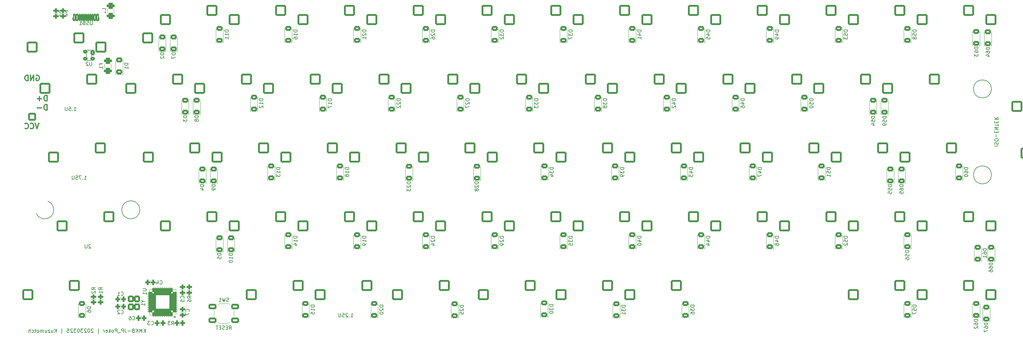
<source format=gbr>
%TF.GenerationSoftware,KiCad,Pcbnew,(6.0.11)*%
%TF.CreationDate,2023-03-31T22:52:28+09:00*%
%TF.ProjectId,KiCad_KMKB-JP_Poker,4b694361-645f-44b4-9d4b-422d4a505f50,rev?*%
%TF.SameCoordinates,Original*%
%TF.FileFunction,Legend,Bot*%
%TF.FilePolarity,Positive*%
%FSLAX46Y46*%
G04 Gerber Fmt 4.6, Leading zero omitted, Abs format (unit mm)*
G04 Created by KiCad (PCBNEW (6.0.11)) date 2023-03-31 22:52:28*
%MOMM*%
%LPD*%
G01*
G04 APERTURE LIST*
G04 Aperture macros list*
%AMRoundRect*
0 Rectangle with rounded corners*
0 $1 Rounding radius*
0 $2 $3 $4 $5 $6 $7 $8 $9 X,Y pos of 4 corners*
0 Add a 4 corners polygon primitive as box body*
4,1,4,$2,$3,$4,$5,$6,$7,$8,$9,$2,$3,0*
0 Add four circle primitives for the rounded corners*
1,1,$1+$1,$2,$3*
1,1,$1+$1,$4,$5*
1,1,$1+$1,$6,$7*
1,1,$1+$1,$8,$9*
0 Add four rect primitives between the rounded corners*
20,1,$1+$1,$2,$3,$4,$5,0*
20,1,$1+$1,$4,$5,$6,$7,0*
20,1,$1+$1,$6,$7,$8,$9,0*
20,1,$1+$1,$8,$9,$2,$3,0*%
G04 Aperture macros list end*
%ADD10C,0.150000*%
%ADD11C,0.300000*%
%ADD12C,0.120000*%
%ADD13C,2.501900*%
%ADD14C,3.500000*%
%ADD15C,2.250000*%
%ADD16C,4.487800*%
%ADD17RoundRect,0.250000X-1.275000X-1.250000X1.275000X-1.250000X1.275000X1.250000X-1.275000X1.250000X0*%
%ADD18RoundRect,0.250000X1.275000X1.250000X-1.275000X1.250000X-1.275000X-1.250000X1.275000X-1.250000X0*%
%ADD19C,3.548000*%
%ADD20C,7.500000*%
%ADD21RoundRect,0.250000X0.850000X0.850000X-0.850000X0.850000X-0.850000X-0.850000X0.850000X-0.850000X0*%
%ADD22O,2.200000X2.200000*%
%ADD23RoundRect,0.250000X0.600000X-0.450000X0.600000X0.450000X-0.600000X0.450000X-0.600000X-0.450000X0*%
%ADD24RoundRect,0.468750X0.256250X-0.218750X0.256250X0.218750X-0.256250X0.218750X-0.256250X-0.218750X0*%
%ADD25RoundRect,0.468750X0.218750X0.256250X-0.218750X0.256250X-0.218750X-0.256250X0.218750X-0.256250X0*%
%ADD26RoundRect,0.468750X-0.218750X-0.256250X0.218750X-0.256250X0.218750X0.256250X-0.218750X0.256250X0*%
%ADD27RoundRect,0.250000X0.850000X0.500000X-0.850000X0.500000X-0.850000X-0.500000X0.850000X-0.500000X0*%
%ADD28RoundRect,0.500000X-0.625000X0.375000X-0.625000X-0.375000X0.625000X-0.375000X0.625000X0.375000X0*%
%ADD29RoundRect,0.250000X-0.350000X0.500000X-0.350000X-0.500000X0.350000X-0.500000X0.350000X0.500000X0*%
%ADD30RoundRect,0.250000X-0.350000X0.300000X-0.350000X-0.300000X0.350000X-0.300000X0.350000X0.300000X0*%
%ADD31C,1.150000*%
%ADD32RoundRect,0.250000X-0.300000X-0.725000X0.300000X-0.725000X0.300000X0.725000X-0.300000X0.725000X0*%
%ADD33RoundRect,0.250000X-0.150000X-0.725000X0.150000X-0.725000X0.150000X0.725000X-0.150000X0.725000X0*%
%ADD34O,1.500000X2.600000*%
%ADD35O,1.500000X2.100000*%
%ADD36RoundRect,0.312500X0.062500X-0.475000X0.062500X0.475000X-0.062500X0.475000X-0.062500X-0.475000X0*%
%ADD37RoundRect,0.312500X0.475000X-0.062500X0.475000X0.062500X-0.475000X0.062500X-0.475000X-0.062500X0*%
%ADD38RoundRect,0.500000X2.350000X-2.350000X2.350000X2.350000X-2.350000X2.350000X-2.350000X-2.350000X0*%
%ADD39RoundRect,0.250000X-0.600000X0.700000X-0.600000X-0.700000X0.600000X-0.700000X0.600000X0.700000X0*%
%ADD40RoundRect,0.468750X-0.256250X0.218750X-0.256250X-0.218750X0.256250X-0.218750X0.256250X0.218750X0*%
G04 APERTURE END LIST*
D10*
X393937500Y-198437500D02*
G75*
G03*
X393937500Y-198437500I-2500000J0D01*
G01*
X393937500Y-222250000D02*
G75*
G03*
X393937500Y-222250000I-2500000J0D01*
G01*
X167982125Y-261611250D02*
G75*
G03*
X167982125Y-261611250I-222250J0D01*
G01*
X134256150Y-231927400D02*
G75*
G03*
X134256150Y-231927400I-2500000J0D01*
G01*
X158081350Y-231927400D02*
G75*
G03*
X158081350Y-231927400I-2500000J0D01*
G01*
D11*
X129412857Y-194703000D02*
X129555714Y-194631571D01*
X129770000Y-194631571D01*
X129984285Y-194703000D01*
X130127142Y-194845857D01*
X130198571Y-194988714D01*
X130270000Y-195274428D01*
X130270000Y-195488714D01*
X130198571Y-195774428D01*
X130127142Y-195917285D01*
X129984285Y-196060142D01*
X129770000Y-196131571D01*
X129627142Y-196131571D01*
X129412857Y-196060142D01*
X129341428Y-195988714D01*
X129341428Y-195488714D01*
X129627142Y-195488714D01*
X128698571Y-196131571D02*
X128698571Y-194631571D01*
X127841428Y-196131571D01*
X127841428Y-194631571D01*
X127127142Y-196131571D02*
X127127142Y-194631571D01*
X126770000Y-194631571D01*
X126555714Y-194703000D01*
X126412857Y-194845857D01*
X126341428Y-194988714D01*
X126270000Y-195274428D01*
X126270000Y-195488714D01*
X126341428Y-195774428D01*
X126412857Y-195917285D01*
X126555714Y-196060142D01*
X126770000Y-196131571D01*
X127127142Y-196131571D01*
D10*
X144478273Y-241641369D02*
X144430654Y-241593750D01*
X144335416Y-241546130D01*
X144097321Y-241546130D01*
X144002083Y-241593750D01*
X143954464Y-241641369D01*
X143906845Y-241736607D01*
X143906845Y-241831845D01*
X143954464Y-241974702D01*
X144525892Y-242546130D01*
X143906845Y-242546130D01*
X143478273Y-241546130D02*
X143478273Y-242355654D01*
X143430654Y-242450892D01*
X143383035Y-242498511D01*
X143287797Y-242546130D01*
X143097321Y-242546130D01*
X143002083Y-242498511D01*
X142954464Y-242450892D01*
X142906845Y-242355654D01*
X142906845Y-241546130D01*
D11*
X132385428Y-201719571D02*
X132385428Y-200219571D01*
X132028285Y-200219571D01*
X131814000Y-200291000D01*
X131671142Y-200433857D01*
X131599714Y-200576714D01*
X131528285Y-200862428D01*
X131528285Y-201076714D01*
X131599714Y-201362428D01*
X131671142Y-201505285D01*
X131814000Y-201648142D01*
X132028285Y-201719571D01*
X132385428Y-201719571D01*
X130885428Y-201148142D02*
X129742571Y-201148142D01*
X130314000Y-201719571D02*
X130314000Y-200576714D01*
D10*
X394835119Y-214272321D02*
X395835119Y-214272321D01*
X394882738Y-213843750D02*
X394835119Y-213700892D01*
X394835119Y-213462797D01*
X394882738Y-213367559D01*
X394930357Y-213319940D01*
X395025595Y-213272321D01*
X395120833Y-213272321D01*
X395216071Y-213319940D01*
X395263690Y-213367559D01*
X395311309Y-213462797D01*
X395358928Y-213653273D01*
X395406547Y-213748511D01*
X395454166Y-213796130D01*
X395549404Y-213843750D01*
X395644642Y-213843750D01*
X395739880Y-213796130D01*
X395787500Y-213748511D01*
X395835119Y-213653273D01*
X395835119Y-213415178D01*
X395787500Y-213272321D01*
X395835119Y-212653273D02*
X395835119Y-212462797D01*
X395787500Y-212367559D01*
X395692261Y-212272321D01*
X395501785Y-212224702D01*
X395168452Y-212224702D01*
X394977976Y-212272321D01*
X394882738Y-212367559D01*
X394835119Y-212462797D01*
X394835119Y-212653273D01*
X394882738Y-212748511D01*
X394977976Y-212843750D01*
X395168452Y-212891369D01*
X395501785Y-212891369D01*
X395692261Y-212843750D01*
X395787500Y-212748511D01*
X395835119Y-212653273D01*
X395216071Y-211796130D02*
X395216071Y-211034226D01*
X395358928Y-210558035D02*
X395358928Y-210224702D01*
X394835119Y-210081845D02*
X394835119Y-210558035D01*
X395835119Y-210558035D01*
X395835119Y-210081845D01*
X394835119Y-209653273D02*
X395835119Y-209653273D01*
X394835119Y-209081845D01*
X395835119Y-209081845D01*
X395835119Y-208748511D02*
X395835119Y-208177083D01*
X394835119Y-208462797D02*
X395835119Y-208462797D01*
X395358928Y-207843750D02*
X395358928Y-207510416D01*
X394835119Y-207367559D02*
X394835119Y-207843750D01*
X395835119Y-207843750D01*
X395835119Y-207367559D01*
X394835119Y-206367559D02*
X395311309Y-206700892D01*
X394835119Y-206938988D02*
X395835119Y-206938988D01*
X395835119Y-206558035D01*
X395787500Y-206462797D01*
X395739880Y-206415178D01*
X395644642Y-206367559D01*
X395501785Y-206367559D01*
X395406547Y-206415178D01*
X395358928Y-206462797D01*
X395311309Y-206558035D01*
X395311309Y-206938988D01*
X139858630Y-204446130D02*
X140430059Y-204446130D01*
X140144345Y-204446130D02*
X140144345Y-203446130D01*
X140239583Y-203588988D01*
X140334821Y-203684226D01*
X140430059Y-203731845D01*
X139430059Y-204350892D02*
X139382440Y-204398511D01*
X139430059Y-204446130D01*
X139477678Y-204398511D01*
X139430059Y-204350892D01*
X139430059Y-204446130D01*
X138477678Y-203446130D02*
X138953869Y-203446130D01*
X139001488Y-203922321D01*
X138953869Y-203874702D01*
X138858630Y-203827083D01*
X138620535Y-203827083D01*
X138525297Y-203874702D01*
X138477678Y-203922321D01*
X138430059Y-204017559D01*
X138430059Y-204255654D01*
X138477678Y-204350892D01*
X138525297Y-204398511D01*
X138620535Y-204446130D01*
X138858630Y-204446130D01*
X138953869Y-204398511D01*
X139001488Y-204350892D01*
X138001488Y-203446130D02*
X138001488Y-204255654D01*
X137953869Y-204350892D01*
X137906250Y-204398511D01*
X137811011Y-204446130D01*
X137620535Y-204446130D01*
X137525297Y-204398511D01*
X137477678Y-204350892D01*
X137430059Y-204255654D01*
X137430059Y-203446130D01*
D11*
X132385428Y-204259571D02*
X132385428Y-202759571D01*
X132028285Y-202759571D01*
X131814000Y-202831000D01*
X131671142Y-202973857D01*
X131599714Y-203116714D01*
X131528285Y-203402428D01*
X131528285Y-203616714D01*
X131599714Y-203902428D01*
X131671142Y-204045285D01*
X131814000Y-204188142D01*
X132028285Y-204259571D01*
X132385428Y-204259571D01*
X130885428Y-203688142D02*
X129742571Y-203688142D01*
D10*
X159700476Y-265882380D02*
X159700476Y-264882380D01*
X159129047Y-265882380D02*
X159557619Y-265310952D01*
X159129047Y-264882380D02*
X159700476Y-265453809D01*
X158700476Y-265882380D02*
X158700476Y-264882380D01*
X158367142Y-265596666D01*
X158033809Y-264882380D01*
X158033809Y-265882380D01*
X157557619Y-265882380D02*
X157557619Y-264882380D01*
X156986190Y-265882380D02*
X157414761Y-265310952D01*
X156986190Y-264882380D02*
X157557619Y-265453809D01*
X156224285Y-265358571D02*
X156081428Y-265406190D01*
X156033809Y-265453809D01*
X155986190Y-265549047D01*
X155986190Y-265691904D01*
X156033809Y-265787142D01*
X156081428Y-265834761D01*
X156176666Y-265882380D01*
X156557619Y-265882380D01*
X156557619Y-264882380D01*
X156224285Y-264882380D01*
X156129047Y-264930000D01*
X156081428Y-264977619D01*
X156033809Y-265072857D01*
X156033809Y-265168095D01*
X156081428Y-265263333D01*
X156129047Y-265310952D01*
X156224285Y-265358571D01*
X156557619Y-265358571D01*
X155557619Y-265501428D02*
X154795714Y-265501428D01*
X154033809Y-264882380D02*
X154033809Y-265596666D01*
X154081428Y-265739523D01*
X154176666Y-265834761D01*
X154319523Y-265882380D01*
X154414761Y-265882380D01*
X153557619Y-265882380D02*
X153557619Y-264882380D01*
X153176666Y-264882380D01*
X153081428Y-264930000D01*
X153033809Y-264977619D01*
X152986190Y-265072857D01*
X152986190Y-265215714D01*
X153033809Y-265310952D01*
X153081428Y-265358571D01*
X153176666Y-265406190D01*
X153557619Y-265406190D01*
X152795714Y-265977619D02*
X152033809Y-265977619D01*
X151795714Y-265882380D02*
X151795714Y-264882380D01*
X151414761Y-264882380D01*
X151319523Y-264930000D01*
X151271904Y-264977619D01*
X151224285Y-265072857D01*
X151224285Y-265215714D01*
X151271904Y-265310952D01*
X151319523Y-265358571D01*
X151414761Y-265406190D01*
X151795714Y-265406190D01*
X150652857Y-265882380D02*
X150748095Y-265834761D01*
X150795714Y-265787142D01*
X150843333Y-265691904D01*
X150843333Y-265406190D01*
X150795714Y-265310952D01*
X150748095Y-265263333D01*
X150652857Y-265215714D01*
X150510000Y-265215714D01*
X150414761Y-265263333D01*
X150367142Y-265310952D01*
X150319523Y-265406190D01*
X150319523Y-265691904D01*
X150367142Y-265787142D01*
X150414761Y-265834761D01*
X150510000Y-265882380D01*
X150652857Y-265882380D01*
X149890952Y-265882380D02*
X149890952Y-264882380D01*
X149795714Y-265501428D02*
X149510000Y-265882380D01*
X149510000Y-265215714D02*
X149890952Y-265596666D01*
X148700476Y-265834761D02*
X148795714Y-265882380D01*
X148986190Y-265882380D01*
X149081428Y-265834761D01*
X149129047Y-265739523D01*
X149129047Y-265358571D01*
X149081428Y-265263333D01*
X148986190Y-265215714D01*
X148795714Y-265215714D01*
X148700476Y-265263333D01*
X148652857Y-265358571D01*
X148652857Y-265453809D01*
X149129047Y-265549047D01*
X148224285Y-265882380D02*
X148224285Y-265215714D01*
X148224285Y-265406190D02*
X148176666Y-265310952D01*
X148129047Y-265263333D01*
X148033809Y-265215714D01*
X147938571Y-265215714D01*
X146605238Y-266215714D02*
X146605238Y-264787142D01*
X145176666Y-264977619D02*
X145129047Y-264930000D01*
X145033809Y-264882380D01*
X144795714Y-264882380D01*
X144700476Y-264930000D01*
X144652857Y-264977619D01*
X144605238Y-265072857D01*
X144605238Y-265168095D01*
X144652857Y-265310952D01*
X145224285Y-265882380D01*
X144605238Y-265882380D01*
X143986190Y-264882380D02*
X143890952Y-264882380D01*
X143795714Y-264930000D01*
X143748095Y-264977619D01*
X143700476Y-265072857D01*
X143652857Y-265263333D01*
X143652857Y-265501428D01*
X143700476Y-265691904D01*
X143748095Y-265787142D01*
X143795714Y-265834761D01*
X143890952Y-265882380D01*
X143986190Y-265882380D01*
X144081428Y-265834761D01*
X144129047Y-265787142D01*
X144176666Y-265691904D01*
X144224285Y-265501428D01*
X144224285Y-265263333D01*
X144176666Y-265072857D01*
X144129047Y-264977619D01*
X144081428Y-264930000D01*
X143986190Y-264882380D01*
X143271904Y-264977619D02*
X143224285Y-264930000D01*
X143129047Y-264882380D01*
X142890952Y-264882380D01*
X142795714Y-264930000D01*
X142748095Y-264977619D01*
X142700476Y-265072857D01*
X142700476Y-265168095D01*
X142748095Y-265310952D01*
X143319523Y-265882380D01*
X142700476Y-265882380D01*
X142367142Y-264882380D02*
X141748095Y-264882380D01*
X142081428Y-265263333D01*
X141938571Y-265263333D01*
X141843333Y-265310952D01*
X141795714Y-265358571D01*
X141748095Y-265453809D01*
X141748095Y-265691904D01*
X141795714Y-265787142D01*
X141843333Y-265834761D01*
X141938571Y-265882380D01*
X142224285Y-265882380D01*
X142319523Y-265834761D01*
X142367142Y-265787142D01*
X141129047Y-264882380D02*
X141033809Y-264882380D01*
X140938571Y-264930000D01*
X140890952Y-264977619D01*
X140843333Y-265072857D01*
X140795714Y-265263333D01*
X140795714Y-265501428D01*
X140843333Y-265691904D01*
X140890952Y-265787142D01*
X140938571Y-265834761D01*
X141033809Y-265882380D01*
X141129047Y-265882380D01*
X141224285Y-265834761D01*
X141271904Y-265787142D01*
X141319523Y-265691904D01*
X141367142Y-265501428D01*
X141367142Y-265263333D01*
X141319523Y-265072857D01*
X141271904Y-264977619D01*
X141224285Y-264930000D01*
X141129047Y-264882380D01*
X140462380Y-264882380D02*
X139843333Y-264882380D01*
X140176666Y-265263333D01*
X140033809Y-265263333D01*
X139938571Y-265310952D01*
X139890952Y-265358571D01*
X139843333Y-265453809D01*
X139843333Y-265691904D01*
X139890952Y-265787142D01*
X139938571Y-265834761D01*
X140033809Y-265882380D01*
X140319523Y-265882380D01*
X140414761Y-265834761D01*
X140462380Y-265787142D01*
X139462380Y-264977619D02*
X139414761Y-264930000D01*
X139319523Y-264882380D01*
X139081428Y-264882380D01*
X138986190Y-264930000D01*
X138938571Y-264977619D01*
X138890952Y-265072857D01*
X138890952Y-265168095D01*
X138938571Y-265310952D01*
X139510000Y-265882380D01*
X138890952Y-265882380D01*
X137986190Y-264882380D02*
X138462380Y-264882380D01*
X138510000Y-265358571D01*
X138462380Y-265310952D01*
X138367142Y-265263333D01*
X138129047Y-265263333D01*
X138033809Y-265310952D01*
X137986190Y-265358571D01*
X137938571Y-265453809D01*
X137938571Y-265691904D01*
X137986190Y-265787142D01*
X138033809Y-265834761D01*
X138129047Y-265882380D01*
X138367142Y-265882380D01*
X138462380Y-265834761D01*
X138510000Y-265787142D01*
X136510000Y-266215714D02*
X136510000Y-264787142D01*
X135033809Y-265882380D02*
X135033809Y-264882380D01*
X134462380Y-265882380D02*
X134890952Y-265310952D01*
X134462380Y-264882380D02*
X135033809Y-265453809D01*
X133605238Y-265215714D02*
X133605238Y-265882380D01*
X134033809Y-265215714D02*
X134033809Y-265739523D01*
X133986190Y-265834761D01*
X133890952Y-265882380D01*
X133748095Y-265882380D01*
X133652857Y-265834761D01*
X133605238Y-265787142D01*
X133224285Y-265215714D02*
X132700476Y-265215714D01*
X133224285Y-265882380D01*
X132700476Y-265882380D01*
X131890952Y-265215714D02*
X131890952Y-265882380D01*
X132319523Y-265215714D02*
X132319523Y-265739523D01*
X132271904Y-265834761D01*
X132176666Y-265882380D01*
X132033809Y-265882380D01*
X131938571Y-265834761D01*
X131890952Y-265787142D01*
X131414761Y-265882380D02*
X131414761Y-265215714D01*
X131414761Y-265310952D02*
X131367142Y-265263333D01*
X131271904Y-265215714D01*
X131129047Y-265215714D01*
X131033809Y-265263333D01*
X130986190Y-265358571D01*
X130986190Y-265882380D01*
X130986190Y-265358571D02*
X130938571Y-265263333D01*
X130843333Y-265215714D01*
X130700476Y-265215714D01*
X130605238Y-265263333D01*
X130557619Y-265358571D01*
X130557619Y-265882380D01*
X129938571Y-265882380D02*
X130033809Y-265834761D01*
X130081428Y-265787142D01*
X130129047Y-265691904D01*
X130129047Y-265406190D01*
X130081428Y-265310952D01*
X130033809Y-265263333D01*
X129938571Y-265215714D01*
X129795714Y-265215714D01*
X129700476Y-265263333D01*
X129652857Y-265310952D01*
X129605238Y-265406190D01*
X129605238Y-265691904D01*
X129652857Y-265787142D01*
X129700476Y-265834761D01*
X129795714Y-265882380D01*
X129938571Y-265882380D01*
X129319523Y-265215714D02*
X128938571Y-265215714D01*
X129176666Y-264882380D02*
X129176666Y-265739523D01*
X129129047Y-265834761D01*
X129033809Y-265882380D01*
X128938571Y-265882380D01*
X128176666Y-265834761D02*
X128271904Y-265882380D01*
X128462380Y-265882380D01*
X128557619Y-265834761D01*
X128605238Y-265787142D01*
X128652857Y-265691904D01*
X128652857Y-265406190D01*
X128605238Y-265310952D01*
X128557619Y-265263333D01*
X128462380Y-265215714D01*
X128271904Y-265215714D01*
X128176666Y-265263333D01*
X127748095Y-265882380D02*
X127748095Y-264882380D01*
X127319523Y-265882380D02*
X127319523Y-265358571D01*
X127367142Y-265263333D01*
X127462380Y-265215714D01*
X127605238Y-265215714D01*
X127700476Y-265263333D01*
X127748095Y-265310952D01*
X142716071Y-223496130D02*
X143287500Y-223496130D01*
X143001785Y-223496130D02*
X143001785Y-222496130D01*
X143097023Y-222638988D01*
X143192261Y-222734226D01*
X143287500Y-222781845D01*
X142287500Y-223400892D02*
X142239880Y-223448511D01*
X142287500Y-223496130D01*
X142335119Y-223448511D01*
X142287500Y-223400892D01*
X142287500Y-223496130D01*
X141906547Y-222496130D02*
X141239880Y-222496130D01*
X141668452Y-223496130D01*
X140382738Y-222496130D02*
X140858928Y-222496130D01*
X140906547Y-222972321D01*
X140858928Y-222924702D01*
X140763690Y-222877083D01*
X140525595Y-222877083D01*
X140430357Y-222924702D01*
X140382738Y-222972321D01*
X140335119Y-223067559D01*
X140335119Y-223305654D01*
X140382738Y-223400892D01*
X140430357Y-223448511D01*
X140525595Y-223496130D01*
X140763690Y-223496130D01*
X140858928Y-223448511D01*
X140906547Y-223400892D01*
X139906547Y-222496130D02*
X139906547Y-223305654D01*
X139858928Y-223400892D01*
X139811309Y-223448511D01*
X139716071Y-223496130D01*
X139525595Y-223496130D01*
X139430357Y-223448511D01*
X139382738Y-223400892D01*
X139335119Y-223305654D01*
X139335119Y-222496130D01*
X216534821Y-261596130D02*
X217106250Y-261596130D01*
X216820535Y-261596130D02*
X216820535Y-260596130D01*
X216915773Y-260738988D01*
X217011011Y-260834226D01*
X217106250Y-260881845D01*
X216106250Y-261500892D02*
X216058630Y-261548511D01*
X216106250Y-261596130D01*
X216153869Y-261548511D01*
X216106250Y-261500892D01*
X216106250Y-261596130D01*
X215677678Y-260691369D02*
X215630059Y-260643750D01*
X215534821Y-260596130D01*
X215296726Y-260596130D01*
X215201488Y-260643750D01*
X215153869Y-260691369D01*
X215106250Y-260786607D01*
X215106250Y-260881845D01*
X215153869Y-261024702D01*
X215725297Y-261596130D01*
X215106250Y-261596130D01*
X214201488Y-260596130D02*
X214677678Y-260596130D01*
X214725297Y-261072321D01*
X214677678Y-261024702D01*
X214582440Y-260977083D01*
X214344345Y-260977083D01*
X214249107Y-261024702D01*
X214201488Y-261072321D01*
X214153869Y-261167559D01*
X214153869Y-261405654D01*
X214201488Y-261500892D01*
X214249107Y-261548511D01*
X214344345Y-261596130D01*
X214582440Y-261596130D01*
X214677678Y-261548511D01*
X214725297Y-261500892D01*
X213725297Y-260596130D02*
X213725297Y-261405654D01*
X213677678Y-261500892D01*
X213630059Y-261548511D01*
X213534821Y-261596130D01*
X213344345Y-261596130D01*
X213249107Y-261548511D01*
X213201488Y-261500892D01*
X213153869Y-261405654D01*
X213153869Y-260596130D01*
X182817130Y-265053130D02*
X183150464Y-264576940D01*
X183388559Y-265053130D02*
X183388559Y-264053130D01*
X183007607Y-264053130D01*
X182912369Y-264100750D01*
X182864750Y-264148369D01*
X182817130Y-264243607D01*
X182817130Y-264386464D01*
X182864750Y-264481702D01*
X182912369Y-264529321D01*
X183007607Y-264576940D01*
X183388559Y-264576940D01*
X182388559Y-264529321D02*
X182055226Y-264529321D01*
X181912369Y-265053130D02*
X182388559Y-265053130D01*
X182388559Y-264053130D01*
X181912369Y-264053130D01*
X181531416Y-265005511D02*
X181388559Y-265053130D01*
X181150464Y-265053130D01*
X181055226Y-265005511D01*
X181007607Y-264957892D01*
X180959988Y-264862654D01*
X180959988Y-264767416D01*
X181007607Y-264672178D01*
X181055226Y-264624559D01*
X181150464Y-264576940D01*
X181340940Y-264529321D01*
X181436178Y-264481702D01*
X181483797Y-264434083D01*
X181531416Y-264338845D01*
X181531416Y-264243607D01*
X181483797Y-264148369D01*
X181436178Y-264100750D01*
X181340940Y-264053130D01*
X181102845Y-264053130D01*
X180959988Y-264100750D01*
X180531416Y-264529321D02*
X180198083Y-264529321D01*
X180055226Y-265053130D02*
X180531416Y-265053130D01*
X180531416Y-264053130D01*
X180055226Y-264053130D01*
X179769511Y-264053130D02*
X179198083Y-264053130D01*
X179483797Y-265053130D02*
X179483797Y-264053130D01*
D11*
X130143000Y-207966571D02*
X129643000Y-209466571D01*
X129143000Y-207966571D01*
X127785857Y-209323714D02*
X127857285Y-209395142D01*
X128071571Y-209466571D01*
X128214428Y-209466571D01*
X128428714Y-209395142D01*
X128571571Y-209252285D01*
X128643000Y-209109428D01*
X128714428Y-208823714D01*
X128714428Y-208609428D01*
X128643000Y-208323714D01*
X128571571Y-208180857D01*
X128428714Y-208038000D01*
X128214428Y-207966571D01*
X128071571Y-207966571D01*
X127857285Y-208038000D01*
X127785857Y-208109428D01*
X126285857Y-209323714D02*
X126357285Y-209395142D01*
X126571571Y-209466571D01*
X126714428Y-209466571D01*
X126928714Y-209395142D01*
X127071571Y-209252285D01*
X127143000Y-209109428D01*
X127214428Y-208823714D01*
X127214428Y-208609428D01*
X127143000Y-208323714D01*
X127071571Y-208180857D01*
X126928714Y-208038000D01*
X126714428Y-207966571D01*
X126571571Y-207966571D01*
X126357285Y-208038000D01*
X126285857Y-208109428D01*
D10*
%TO.C,D2*%
X164790380Y-188491904D02*
X163790380Y-188491904D01*
X163790380Y-188730000D01*
X163838000Y-188872857D01*
X163933238Y-188968095D01*
X164028476Y-189015714D01*
X164218952Y-189063333D01*
X164361809Y-189063333D01*
X164552285Y-189015714D01*
X164647523Y-188968095D01*
X164742761Y-188872857D01*
X164790380Y-188730000D01*
X164790380Y-188491904D01*
X163885619Y-189444285D02*
X163838000Y-189491904D01*
X163790380Y-189587142D01*
X163790380Y-189825238D01*
X163838000Y-189920476D01*
X163885619Y-189968095D01*
X163980857Y-190015714D01*
X164076095Y-190015714D01*
X164218952Y-189968095D01*
X164790380Y-189396666D01*
X164790380Y-190015714D01*
%TO.C,D3*%
X171140380Y-205890904D02*
X170140380Y-205890904D01*
X170140380Y-206129000D01*
X170188000Y-206271857D01*
X170283238Y-206367095D01*
X170378476Y-206414714D01*
X170568952Y-206462333D01*
X170711809Y-206462333D01*
X170902285Y-206414714D01*
X170997523Y-206367095D01*
X171092761Y-206271857D01*
X171140380Y-206129000D01*
X171140380Y-205890904D01*
X170140380Y-206795666D02*
X170140380Y-207414714D01*
X170521333Y-207081380D01*
X170521333Y-207224238D01*
X170568952Y-207319476D01*
X170616571Y-207367095D01*
X170711809Y-207414714D01*
X170949904Y-207414714D01*
X171045142Y-207367095D01*
X171092761Y-207319476D01*
X171140380Y-207224238D01*
X171140380Y-206938523D01*
X171092761Y-206843285D01*
X171045142Y-206795666D01*
%TO.C,D4*%
X175839380Y-224940904D02*
X174839380Y-224940904D01*
X174839380Y-225179000D01*
X174887000Y-225321857D01*
X174982238Y-225417095D01*
X175077476Y-225464714D01*
X175267952Y-225512333D01*
X175410809Y-225512333D01*
X175601285Y-225464714D01*
X175696523Y-225417095D01*
X175791761Y-225321857D01*
X175839380Y-225179000D01*
X175839380Y-224940904D01*
X175172714Y-226369476D02*
X175839380Y-226369476D01*
X174791761Y-226131380D02*
X175506047Y-225893285D01*
X175506047Y-226512333D01*
%TO.C,D5*%
X180601880Y-243990904D02*
X179601880Y-243990904D01*
X179601880Y-244229000D01*
X179649500Y-244371857D01*
X179744738Y-244467095D01*
X179839976Y-244514714D01*
X180030452Y-244562333D01*
X180173309Y-244562333D01*
X180363785Y-244514714D01*
X180459023Y-244467095D01*
X180554261Y-244371857D01*
X180601880Y-244229000D01*
X180601880Y-243990904D01*
X179601880Y-245467095D02*
X179601880Y-244990904D01*
X180078071Y-244943285D01*
X180030452Y-244990904D01*
X179982833Y-245086142D01*
X179982833Y-245324238D01*
X180030452Y-245419476D01*
X180078071Y-245467095D01*
X180173309Y-245514714D01*
X180411404Y-245514714D01*
X180506642Y-245467095D01*
X180554261Y-245419476D01*
X180601880Y-245324238D01*
X180601880Y-245086142D01*
X180554261Y-244990904D01*
X180506642Y-244943285D01*
%TO.C,D6*%
X144533630Y-258818154D02*
X143533630Y-258818154D01*
X143533630Y-259056250D01*
X143581250Y-259199107D01*
X143676488Y-259294345D01*
X143771726Y-259341964D01*
X143962202Y-259389583D01*
X144105059Y-259389583D01*
X144295535Y-259341964D01*
X144390773Y-259294345D01*
X144486011Y-259199107D01*
X144533630Y-259056250D01*
X144533630Y-258818154D01*
X143533630Y-260246726D02*
X143533630Y-260056250D01*
X143581250Y-259961011D01*
X143628869Y-259913392D01*
X143771726Y-259818154D01*
X143962202Y-259770535D01*
X144343154Y-259770535D01*
X144438392Y-259818154D01*
X144486011Y-259865773D01*
X144533630Y-259961011D01*
X144533630Y-260151488D01*
X144486011Y-260246726D01*
X144438392Y-260294345D01*
X144343154Y-260341964D01*
X144105059Y-260341964D01*
X144009821Y-260294345D01*
X143962202Y-260246726D01*
X143914583Y-260151488D01*
X143914583Y-259961011D01*
X143962202Y-259865773D01*
X144009821Y-259818154D01*
X144105059Y-259770535D01*
%TO.C,D8*%
X174315380Y-205890904D02*
X173315380Y-205890904D01*
X173315380Y-206129000D01*
X173363000Y-206271857D01*
X173458238Y-206367095D01*
X173553476Y-206414714D01*
X173743952Y-206462333D01*
X173886809Y-206462333D01*
X174077285Y-206414714D01*
X174172523Y-206367095D01*
X174267761Y-206271857D01*
X174315380Y-206129000D01*
X174315380Y-205890904D01*
X173743952Y-207033761D02*
X173696333Y-206938523D01*
X173648714Y-206890904D01*
X173553476Y-206843285D01*
X173505857Y-206843285D01*
X173410619Y-206890904D01*
X173363000Y-206938523D01*
X173315380Y-207033761D01*
X173315380Y-207224238D01*
X173363000Y-207319476D01*
X173410619Y-207367095D01*
X173505857Y-207414714D01*
X173553476Y-207414714D01*
X173648714Y-207367095D01*
X173696333Y-207319476D01*
X173743952Y-207224238D01*
X173743952Y-207033761D01*
X173791571Y-206938523D01*
X173839190Y-206890904D01*
X173934428Y-206843285D01*
X174124904Y-206843285D01*
X174220142Y-206890904D01*
X174267761Y-206938523D01*
X174315380Y-207033761D01*
X174315380Y-207224238D01*
X174267761Y-207319476D01*
X174220142Y-207367095D01*
X174124904Y-207414714D01*
X173934428Y-207414714D01*
X173839190Y-207367095D01*
X173791571Y-207319476D01*
X173743952Y-207224238D01*
%TO.C,D11*%
X182633630Y-182141964D02*
X181633630Y-182141964D01*
X181633630Y-182380059D01*
X181681250Y-182522916D01*
X181776488Y-182618154D01*
X181871726Y-182665773D01*
X182062202Y-182713392D01*
X182205059Y-182713392D01*
X182395535Y-182665773D01*
X182490773Y-182618154D01*
X182586011Y-182522916D01*
X182633630Y-182380059D01*
X182633630Y-182141964D01*
X182633630Y-183665773D02*
X182633630Y-183094345D01*
X182633630Y-183380059D02*
X181633630Y-183380059D01*
X181776488Y-183284821D01*
X181871726Y-183189583D01*
X181919345Y-183094345D01*
X182633630Y-184618154D02*
X182633630Y-184046726D01*
X182633630Y-184332440D02*
X181633630Y-184332440D01*
X181776488Y-184237202D01*
X181871726Y-184141964D01*
X181919345Y-184046726D01*
%TO.C,D13*%
X196921130Y-220241964D02*
X195921130Y-220241964D01*
X195921130Y-220480059D01*
X195968750Y-220622916D01*
X196063988Y-220718154D01*
X196159226Y-220765773D01*
X196349702Y-220813392D01*
X196492559Y-220813392D01*
X196683035Y-220765773D01*
X196778273Y-220718154D01*
X196873511Y-220622916D01*
X196921130Y-220480059D01*
X196921130Y-220241964D01*
X196921130Y-221765773D02*
X196921130Y-221194345D01*
X196921130Y-221480059D02*
X195921130Y-221480059D01*
X196063988Y-221384821D01*
X196159226Y-221289583D01*
X196206845Y-221194345D01*
X195921130Y-222099107D02*
X195921130Y-222718154D01*
X196302083Y-222384821D01*
X196302083Y-222527678D01*
X196349702Y-222622916D01*
X196397321Y-222670535D01*
X196492559Y-222718154D01*
X196730654Y-222718154D01*
X196825892Y-222670535D01*
X196873511Y-222622916D01*
X196921130Y-222527678D01*
X196921130Y-222241964D01*
X196873511Y-222146726D01*
X196825892Y-222099107D01*
%TO.C,D10*%
X183776880Y-244022714D02*
X182776880Y-244022714D01*
X182776880Y-244260809D01*
X182824500Y-244403666D01*
X182919738Y-244498904D01*
X183014976Y-244546523D01*
X183205452Y-244594142D01*
X183348309Y-244594142D01*
X183538785Y-244546523D01*
X183634023Y-244498904D01*
X183729261Y-244403666D01*
X183776880Y-244260809D01*
X183776880Y-244022714D01*
X183776880Y-245546523D02*
X183776880Y-244975095D01*
X183776880Y-245260809D02*
X182776880Y-245260809D01*
X182919738Y-245165571D01*
X183014976Y-245070333D01*
X183062595Y-244975095D01*
X182776880Y-246165571D02*
X182776880Y-246260809D01*
X182824500Y-246356047D01*
X182872119Y-246403666D01*
X182967357Y-246451285D01*
X183157833Y-246498904D01*
X183395928Y-246498904D01*
X183586404Y-246451285D01*
X183681642Y-246403666D01*
X183729261Y-246356047D01*
X183776880Y-246260809D01*
X183776880Y-246165571D01*
X183729261Y-246070333D01*
X183681642Y-246022714D01*
X183586404Y-245975095D01*
X183395928Y-245927476D01*
X183157833Y-245927476D01*
X182967357Y-245975095D01*
X182872119Y-246022714D01*
X182824500Y-246070333D01*
X182776880Y-246165571D01*
%TO.C,D15*%
X206446130Y-258341964D02*
X205446130Y-258341964D01*
X205446130Y-258580059D01*
X205493750Y-258722916D01*
X205588988Y-258818154D01*
X205684226Y-258865773D01*
X205874702Y-258913392D01*
X206017559Y-258913392D01*
X206208035Y-258865773D01*
X206303273Y-258818154D01*
X206398511Y-258722916D01*
X206446130Y-258580059D01*
X206446130Y-258341964D01*
X206446130Y-259865773D02*
X206446130Y-259294345D01*
X206446130Y-259580059D02*
X205446130Y-259580059D01*
X205588988Y-259484821D01*
X205684226Y-259389583D01*
X205731845Y-259294345D01*
X205446130Y-260770535D02*
X205446130Y-260294345D01*
X205922321Y-260246726D01*
X205874702Y-260294345D01*
X205827083Y-260389583D01*
X205827083Y-260627678D01*
X205874702Y-260722916D01*
X205922321Y-260770535D01*
X206017559Y-260818154D01*
X206255654Y-260818154D01*
X206350892Y-260770535D01*
X206398511Y-260722916D01*
X206446130Y-260627678D01*
X206446130Y-260389583D01*
X206398511Y-260294345D01*
X206350892Y-260246726D01*
%TO.C,D16*%
X201683630Y-182141964D02*
X200683630Y-182141964D01*
X200683630Y-182380059D01*
X200731250Y-182522916D01*
X200826488Y-182618154D01*
X200921726Y-182665773D01*
X201112202Y-182713392D01*
X201255059Y-182713392D01*
X201445535Y-182665773D01*
X201540773Y-182618154D01*
X201636011Y-182522916D01*
X201683630Y-182380059D01*
X201683630Y-182141964D01*
X201683630Y-183665773D02*
X201683630Y-183094345D01*
X201683630Y-183380059D02*
X200683630Y-183380059D01*
X200826488Y-183284821D01*
X200921726Y-183189583D01*
X200969345Y-183094345D01*
X200683630Y-184522916D02*
X200683630Y-184332440D01*
X200731250Y-184237202D01*
X200778869Y-184189583D01*
X200921726Y-184094345D01*
X201112202Y-184046726D01*
X201493154Y-184046726D01*
X201588392Y-184094345D01*
X201636011Y-184141964D01*
X201683630Y-184237202D01*
X201683630Y-184427678D01*
X201636011Y-184522916D01*
X201588392Y-184570535D01*
X201493154Y-184618154D01*
X201255059Y-184618154D01*
X201159821Y-184570535D01*
X201112202Y-184522916D01*
X201064583Y-184427678D01*
X201064583Y-184237202D01*
X201112202Y-184141964D01*
X201159821Y-184094345D01*
X201255059Y-184046726D01*
%TO.C,D17*%
X211208630Y-201191964D02*
X210208630Y-201191964D01*
X210208630Y-201430059D01*
X210256250Y-201572916D01*
X210351488Y-201668154D01*
X210446726Y-201715773D01*
X210637202Y-201763392D01*
X210780059Y-201763392D01*
X210970535Y-201715773D01*
X211065773Y-201668154D01*
X211161011Y-201572916D01*
X211208630Y-201430059D01*
X211208630Y-201191964D01*
X211208630Y-202715773D02*
X211208630Y-202144345D01*
X211208630Y-202430059D02*
X210208630Y-202430059D01*
X210351488Y-202334821D01*
X210446726Y-202239583D01*
X210494345Y-202144345D01*
X210208630Y-203049107D02*
X210208630Y-203715773D01*
X211208630Y-203287202D01*
%TO.C,D18*%
X215971130Y-220241964D02*
X214971130Y-220241964D01*
X214971130Y-220480059D01*
X215018750Y-220622916D01*
X215113988Y-220718154D01*
X215209226Y-220765773D01*
X215399702Y-220813392D01*
X215542559Y-220813392D01*
X215733035Y-220765773D01*
X215828273Y-220718154D01*
X215923511Y-220622916D01*
X215971130Y-220480059D01*
X215971130Y-220241964D01*
X215971130Y-221765773D02*
X215971130Y-221194345D01*
X215971130Y-221480059D02*
X214971130Y-221480059D01*
X215113988Y-221384821D01*
X215209226Y-221289583D01*
X215256845Y-221194345D01*
X215399702Y-222337202D02*
X215352083Y-222241964D01*
X215304464Y-222194345D01*
X215209226Y-222146726D01*
X215161607Y-222146726D01*
X215066369Y-222194345D01*
X215018750Y-222241964D01*
X214971130Y-222337202D01*
X214971130Y-222527678D01*
X215018750Y-222622916D01*
X215066369Y-222670535D01*
X215161607Y-222718154D01*
X215209226Y-222718154D01*
X215304464Y-222670535D01*
X215352083Y-222622916D01*
X215399702Y-222527678D01*
X215399702Y-222337202D01*
X215447321Y-222241964D01*
X215494940Y-222194345D01*
X215590178Y-222146726D01*
X215780654Y-222146726D01*
X215875892Y-222194345D01*
X215923511Y-222241964D01*
X215971130Y-222337202D01*
X215971130Y-222527678D01*
X215923511Y-222622916D01*
X215875892Y-222670535D01*
X215780654Y-222718154D01*
X215590178Y-222718154D01*
X215494940Y-222670535D01*
X215447321Y-222622916D01*
X215399702Y-222527678D01*
%TO.C,D14*%
X201683630Y-239291964D02*
X200683630Y-239291964D01*
X200683630Y-239530059D01*
X200731250Y-239672916D01*
X200826488Y-239768154D01*
X200921726Y-239815773D01*
X201112202Y-239863392D01*
X201255059Y-239863392D01*
X201445535Y-239815773D01*
X201540773Y-239768154D01*
X201636011Y-239672916D01*
X201683630Y-239530059D01*
X201683630Y-239291964D01*
X201683630Y-240815773D02*
X201683630Y-240244345D01*
X201683630Y-240530059D02*
X200683630Y-240530059D01*
X200826488Y-240434821D01*
X200921726Y-240339583D01*
X200969345Y-240244345D01*
X201016964Y-241672916D02*
X201683630Y-241672916D01*
X200636011Y-241434821D02*
X201350297Y-241196726D01*
X201350297Y-241815773D01*
%TO.C,D21*%
X220733630Y-182141964D02*
X219733630Y-182141964D01*
X219733630Y-182380059D01*
X219781250Y-182522916D01*
X219876488Y-182618154D01*
X219971726Y-182665773D01*
X220162202Y-182713392D01*
X220305059Y-182713392D01*
X220495535Y-182665773D01*
X220590773Y-182618154D01*
X220686011Y-182522916D01*
X220733630Y-182380059D01*
X220733630Y-182141964D01*
X219828869Y-183094345D02*
X219781250Y-183141964D01*
X219733630Y-183237202D01*
X219733630Y-183475297D01*
X219781250Y-183570535D01*
X219828869Y-183618154D01*
X219924107Y-183665773D01*
X220019345Y-183665773D01*
X220162202Y-183618154D01*
X220733630Y-183046726D01*
X220733630Y-183665773D01*
X220733630Y-184618154D02*
X220733630Y-184046726D01*
X220733630Y-184332440D02*
X219733630Y-184332440D01*
X219876488Y-184237202D01*
X219971726Y-184141964D01*
X220019345Y-184046726D01*
%TO.C,D22*%
X230258630Y-201191964D02*
X229258630Y-201191964D01*
X229258630Y-201430059D01*
X229306250Y-201572916D01*
X229401488Y-201668154D01*
X229496726Y-201715773D01*
X229687202Y-201763392D01*
X229830059Y-201763392D01*
X230020535Y-201715773D01*
X230115773Y-201668154D01*
X230211011Y-201572916D01*
X230258630Y-201430059D01*
X230258630Y-201191964D01*
X229353869Y-202144345D02*
X229306250Y-202191964D01*
X229258630Y-202287202D01*
X229258630Y-202525297D01*
X229306250Y-202620535D01*
X229353869Y-202668154D01*
X229449107Y-202715773D01*
X229544345Y-202715773D01*
X229687202Y-202668154D01*
X230258630Y-202096726D01*
X230258630Y-202715773D01*
X229353869Y-203096726D02*
X229306250Y-203144345D01*
X229258630Y-203239583D01*
X229258630Y-203477678D01*
X229306250Y-203572916D01*
X229353869Y-203620535D01*
X229449107Y-203668154D01*
X229544345Y-203668154D01*
X229687202Y-203620535D01*
X230258630Y-203049107D01*
X230258630Y-203668154D01*
%TO.C,D23*%
X233084630Y-224210714D02*
X232084630Y-224210714D01*
X232084630Y-224448809D01*
X232132250Y-224591666D01*
X232227488Y-224686904D01*
X232322726Y-224734523D01*
X232513202Y-224782142D01*
X232656059Y-224782142D01*
X232846535Y-224734523D01*
X232941773Y-224686904D01*
X233037011Y-224591666D01*
X233084630Y-224448809D01*
X233084630Y-224210714D01*
X232179869Y-225163095D02*
X232132250Y-225210714D01*
X232084630Y-225305952D01*
X232084630Y-225544047D01*
X232132250Y-225639285D01*
X232179869Y-225686904D01*
X232275107Y-225734523D01*
X232370345Y-225734523D01*
X232513202Y-225686904D01*
X233084630Y-225115476D01*
X233084630Y-225734523D01*
X232084630Y-226067857D02*
X232084630Y-226686904D01*
X232465583Y-226353571D01*
X232465583Y-226496428D01*
X232513202Y-226591666D01*
X232560821Y-226639285D01*
X232656059Y-226686904D01*
X232894154Y-226686904D01*
X232989392Y-226639285D01*
X233037011Y-226591666D01*
X233084630Y-226496428D01*
X233084630Y-226210714D01*
X233037011Y-226115476D01*
X232989392Y-226067857D01*
%TO.C,D19*%
X220733630Y-239291964D02*
X219733630Y-239291964D01*
X219733630Y-239530059D01*
X219781250Y-239672916D01*
X219876488Y-239768154D01*
X219971726Y-239815773D01*
X220162202Y-239863392D01*
X220305059Y-239863392D01*
X220495535Y-239815773D01*
X220590773Y-239768154D01*
X220686011Y-239672916D01*
X220733630Y-239530059D01*
X220733630Y-239291964D01*
X220733630Y-240815773D02*
X220733630Y-240244345D01*
X220733630Y-240530059D02*
X219733630Y-240530059D01*
X219876488Y-240434821D01*
X219971726Y-240339583D01*
X220019345Y-240244345D01*
X220733630Y-241291964D02*
X220733630Y-241482440D01*
X220686011Y-241577678D01*
X220638392Y-241625297D01*
X220495535Y-241720535D01*
X220305059Y-241768154D01*
X219924107Y-241768154D01*
X219828869Y-241720535D01*
X219781250Y-241672916D01*
X219733630Y-241577678D01*
X219733630Y-241387202D01*
X219781250Y-241291964D01*
X219828869Y-241244345D01*
X219924107Y-241196726D01*
X220162202Y-241196726D01*
X220257440Y-241244345D01*
X220305059Y-241291964D01*
X220352678Y-241387202D01*
X220352678Y-241577678D01*
X220305059Y-241672916D01*
X220257440Y-241720535D01*
X220162202Y-241768154D01*
%TO.C,D26*%
X239783630Y-182141964D02*
X238783630Y-182141964D01*
X238783630Y-182380059D01*
X238831250Y-182522916D01*
X238926488Y-182618154D01*
X239021726Y-182665773D01*
X239212202Y-182713392D01*
X239355059Y-182713392D01*
X239545535Y-182665773D01*
X239640773Y-182618154D01*
X239736011Y-182522916D01*
X239783630Y-182380059D01*
X239783630Y-182141964D01*
X238878869Y-183094345D02*
X238831250Y-183141964D01*
X238783630Y-183237202D01*
X238783630Y-183475297D01*
X238831250Y-183570535D01*
X238878869Y-183618154D01*
X238974107Y-183665773D01*
X239069345Y-183665773D01*
X239212202Y-183618154D01*
X239783630Y-183046726D01*
X239783630Y-183665773D01*
X238783630Y-184522916D02*
X238783630Y-184332440D01*
X238831250Y-184237202D01*
X238878869Y-184189583D01*
X239021726Y-184094345D01*
X239212202Y-184046726D01*
X239593154Y-184046726D01*
X239688392Y-184094345D01*
X239736011Y-184141964D01*
X239783630Y-184237202D01*
X239783630Y-184427678D01*
X239736011Y-184522916D01*
X239688392Y-184570535D01*
X239593154Y-184618154D01*
X239355059Y-184618154D01*
X239259821Y-184570535D01*
X239212202Y-184522916D01*
X239164583Y-184427678D01*
X239164583Y-184237202D01*
X239212202Y-184141964D01*
X239259821Y-184094345D01*
X239355059Y-184046726D01*
%TO.C,D27*%
X249308630Y-201191964D02*
X248308630Y-201191964D01*
X248308630Y-201430059D01*
X248356250Y-201572916D01*
X248451488Y-201668154D01*
X248546726Y-201715773D01*
X248737202Y-201763392D01*
X248880059Y-201763392D01*
X249070535Y-201715773D01*
X249165773Y-201668154D01*
X249261011Y-201572916D01*
X249308630Y-201430059D01*
X249308630Y-201191964D01*
X248403869Y-202144345D02*
X248356250Y-202191964D01*
X248308630Y-202287202D01*
X248308630Y-202525297D01*
X248356250Y-202620535D01*
X248403869Y-202668154D01*
X248499107Y-202715773D01*
X248594345Y-202715773D01*
X248737202Y-202668154D01*
X249308630Y-202096726D01*
X249308630Y-202715773D01*
X248308630Y-203049107D02*
X248308630Y-203715773D01*
X249308630Y-203287202D01*
%TO.C,D24*%
X239783630Y-239291964D02*
X238783630Y-239291964D01*
X238783630Y-239530059D01*
X238831250Y-239672916D01*
X238926488Y-239768154D01*
X239021726Y-239815773D01*
X239212202Y-239863392D01*
X239355059Y-239863392D01*
X239545535Y-239815773D01*
X239640773Y-239768154D01*
X239736011Y-239672916D01*
X239783630Y-239530059D01*
X239783630Y-239291964D01*
X238878869Y-240244345D02*
X238831250Y-240291964D01*
X238783630Y-240387202D01*
X238783630Y-240625297D01*
X238831250Y-240720535D01*
X238878869Y-240768154D01*
X238974107Y-240815773D01*
X239069345Y-240815773D01*
X239212202Y-240768154D01*
X239783630Y-240196726D01*
X239783630Y-240815773D01*
X239116964Y-241672916D02*
X239783630Y-241672916D01*
X238736011Y-241434821D02*
X239450297Y-241196726D01*
X239450297Y-241815773D01*
%TO.C,D32*%
X258833630Y-182141964D02*
X257833630Y-182141964D01*
X257833630Y-182380059D01*
X257881250Y-182522916D01*
X257976488Y-182618154D01*
X258071726Y-182665773D01*
X258262202Y-182713392D01*
X258405059Y-182713392D01*
X258595535Y-182665773D01*
X258690773Y-182618154D01*
X258786011Y-182522916D01*
X258833630Y-182380059D01*
X258833630Y-182141964D01*
X257833630Y-183046726D02*
X257833630Y-183665773D01*
X258214583Y-183332440D01*
X258214583Y-183475297D01*
X258262202Y-183570535D01*
X258309821Y-183618154D01*
X258405059Y-183665773D01*
X258643154Y-183665773D01*
X258738392Y-183618154D01*
X258786011Y-183570535D01*
X258833630Y-183475297D01*
X258833630Y-183189583D01*
X258786011Y-183094345D01*
X258738392Y-183046726D01*
X257928869Y-184046726D02*
X257881250Y-184094345D01*
X257833630Y-184189583D01*
X257833630Y-184427678D01*
X257881250Y-184522916D01*
X257928869Y-184570535D01*
X258024107Y-184618154D01*
X258119345Y-184618154D01*
X258262202Y-184570535D01*
X258833630Y-183999107D01*
X258833630Y-184618154D01*
%TO.C,D33*%
X268358630Y-201191964D02*
X267358630Y-201191964D01*
X267358630Y-201430059D01*
X267406250Y-201572916D01*
X267501488Y-201668154D01*
X267596726Y-201715773D01*
X267787202Y-201763392D01*
X267930059Y-201763392D01*
X268120535Y-201715773D01*
X268215773Y-201668154D01*
X268311011Y-201572916D01*
X268358630Y-201430059D01*
X268358630Y-201191964D01*
X267358630Y-202096726D02*
X267358630Y-202715773D01*
X267739583Y-202382440D01*
X267739583Y-202525297D01*
X267787202Y-202620535D01*
X267834821Y-202668154D01*
X267930059Y-202715773D01*
X268168154Y-202715773D01*
X268263392Y-202668154D01*
X268311011Y-202620535D01*
X268358630Y-202525297D01*
X268358630Y-202239583D01*
X268311011Y-202144345D01*
X268263392Y-202096726D01*
X267358630Y-203049107D02*
X267358630Y-203668154D01*
X267739583Y-203334821D01*
X267739583Y-203477678D01*
X267787202Y-203572916D01*
X267834821Y-203620535D01*
X267930059Y-203668154D01*
X268168154Y-203668154D01*
X268263392Y-203620535D01*
X268311011Y-203572916D01*
X268358630Y-203477678D01*
X268358630Y-203191964D01*
X268311011Y-203096726D01*
X268263392Y-203049107D01*
%TO.C,D34*%
X272635380Y-220196714D02*
X271635380Y-220196714D01*
X271635380Y-220434809D01*
X271683000Y-220577666D01*
X271778238Y-220672904D01*
X271873476Y-220720523D01*
X272063952Y-220768142D01*
X272206809Y-220768142D01*
X272397285Y-220720523D01*
X272492523Y-220672904D01*
X272587761Y-220577666D01*
X272635380Y-220434809D01*
X272635380Y-220196714D01*
X271635380Y-221101476D02*
X271635380Y-221720523D01*
X272016333Y-221387190D01*
X272016333Y-221530047D01*
X272063952Y-221625285D01*
X272111571Y-221672904D01*
X272206809Y-221720523D01*
X272444904Y-221720523D01*
X272540142Y-221672904D01*
X272587761Y-221625285D01*
X272635380Y-221530047D01*
X272635380Y-221244333D01*
X272587761Y-221149095D01*
X272540142Y-221101476D01*
X271968714Y-222577666D02*
X272635380Y-222577666D01*
X271587761Y-222339571D02*
X272302047Y-222101476D01*
X272302047Y-222720523D01*
%TO.C,D29*%
X258833630Y-239291964D02*
X257833630Y-239291964D01*
X257833630Y-239530059D01*
X257881250Y-239672916D01*
X257976488Y-239768154D01*
X258071726Y-239815773D01*
X258262202Y-239863392D01*
X258405059Y-239863392D01*
X258595535Y-239815773D01*
X258690773Y-239768154D01*
X258786011Y-239672916D01*
X258833630Y-239530059D01*
X258833630Y-239291964D01*
X257928869Y-240244345D02*
X257881250Y-240291964D01*
X257833630Y-240387202D01*
X257833630Y-240625297D01*
X257881250Y-240720535D01*
X257928869Y-240768154D01*
X258024107Y-240815773D01*
X258119345Y-240815773D01*
X258262202Y-240768154D01*
X258833630Y-240196726D01*
X258833630Y-240815773D01*
X258833630Y-241291964D02*
X258833630Y-241482440D01*
X258786011Y-241577678D01*
X258738392Y-241625297D01*
X258595535Y-241720535D01*
X258405059Y-241768154D01*
X258024107Y-241768154D01*
X257928869Y-241720535D01*
X257881250Y-241672916D01*
X257833630Y-241577678D01*
X257833630Y-241387202D01*
X257881250Y-241291964D01*
X257928869Y-241244345D01*
X258024107Y-241196726D01*
X258262202Y-241196726D01*
X258357440Y-241244345D01*
X258405059Y-241291964D01*
X258452678Y-241387202D01*
X258452678Y-241577678D01*
X258405059Y-241672916D01*
X258357440Y-241720535D01*
X258262202Y-241768154D01*
%TO.C,D37*%
X277883630Y-182141964D02*
X276883630Y-182141964D01*
X276883630Y-182380059D01*
X276931250Y-182522916D01*
X277026488Y-182618154D01*
X277121726Y-182665773D01*
X277312202Y-182713392D01*
X277455059Y-182713392D01*
X277645535Y-182665773D01*
X277740773Y-182618154D01*
X277836011Y-182522916D01*
X277883630Y-182380059D01*
X277883630Y-182141964D01*
X276883630Y-183046726D02*
X276883630Y-183665773D01*
X277264583Y-183332440D01*
X277264583Y-183475297D01*
X277312202Y-183570535D01*
X277359821Y-183618154D01*
X277455059Y-183665773D01*
X277693154Y-183665773D01*
X277788392Y-183618154D01*
X277836011Y-183570535D01*
X277883630Y-183475297D01*
X277883630Y-183189583D01*
X277836011Y-183094345D01*
X277788392Y-183046726D01*
X276883630Y-183999107D02*
X276883630Y-184665773D01*
X277883630Y-184237202D01*
%TO.C,D38*%
X287408630Y-201191964D02*
X286408630Y-201191964D01*
X286408630Y-201430059D01*
X286456250Y-201572916D01*
X286551488Y-201668154D01*
X286646726Y-201715773D01*
X286837202Y-201763392D01*
X286980059Y-201763392D01*
X287170535Y-201715773D01*
X287265773Y-201668154D01*
X287361011Y-201572916D01*
X287408630Y-201430059D01*
X287408630Y-201191964D01*
X286408630Y-202096726D02*
X286408630Y-202715773D01*
X286789583Y-202382440D01*
X286789583Y-202525297D01*
X286837202Y-202620535D01*
X286884821Y-202668154D01*
X286980059Y-202715773D01*
X287218154Y-202715773D01*
X287313392Y-202668154D01*
X287361011Y-202620535D01*
X287408630Y-202525297D01*
X287408630Y-202239583D01*
X287361011Y-202144345D01*
X287313392Y-202096726D01*
X286837202Y-203287202D02*
X286789583Y-203191964D01*
X286741964Y-203144345D01*
X286646726Y-203096726D01*
X286599107Y-203096726D01*
X286503869Y-203144345D01*
X286456250Y-203191964D01*
X286408630Y-203287202D01*
X286408630Y-203477678D01*
X286456250Y-203572916D01*
X286503869Y-203620535D01*
X286599107Y-203668154D01*
X286646726Y-203668154D01*
X286741964Y-203620535D01*
X286789583Y-203572916D01*
X286837202Y-203477678D01*
X286837202Y-203287202D01*
X286884821Y-203191964D01*
X286932440Y-203144345D01*
X287027678Y-203096726D01*
X287218154Y-203096726D01*
X287313392Y-203144345D01*
X287361011Y-203191964D01*
X287408630Y-203287202D01*
X287408630Y-203477678D01*
X287361011Y-203572916D01*
X287313392Y-203620535D01*
X287218154Y-203668154D01*
X287027678Y-203668154D01*
X286932440Y-203620535D01*
X286884821Y-203572916D01*
X286837202Y-203477678D01*
%TO.C,D39*%
X292171130Y-220241964D02*
X291171130Y-220241964D01*
X291171130Y-220480059D01*
X291218750Y-220622916D01*
X291313988Y-220718154D01*
X291409226Y-220765773D01*
X291599702Y-220813392D01*
X291742559Y-220813392D01*
X291933035Y-220765773D01*
X292028273Y-220718154D01*
X292123511Y-220622916D01*
X292171130Y-220480059D01*
X292171130Y-220241964D01*
X291171130Y-221146726D02*
X291171130Y-221765773D01*
X291552083Y-221432440D01*
X291552083Y-221575297D01*
X291599702Y-221670535D01*
X291647321Y-221718154D01*
X291742559Y-221765773D01*
X291980654Y-221765773D01*
X292075892Y-221718154D01*
X292123511Y-221670535D01*
X292171130Y-221575297D01*
X292171130Y-221289583D01*
X292123511Y-221194345D01*
X292075892Y-221146726D01*
X292171130Y-222241964D02*
X292171130Y-222432440D01*
X292123511Y-222527678D01*
X292075892Y-222575297D01*
X291933035Y-222670535D01*
X291742559Y-222718154D01*
X291361607Y-222718154D01*
X291266369Y-222670535D01*
X291218750Y-222622916D01*
X291171130Y-222527678D01*
X291171130Y-222337202D01*
X291218750Y-222241964D01*
X291266369Y-222194345D01*
X291361607Y-222146726D01*
X291599702Y-222146726D01*
X291694940Y-222194345D01*
X291742559Y-222241964D01*
X291790178Y-222337202D01*
X291790178Y-222527678D01*
X291742559Y-222622916D01*
X291694940Y-222670535D01*
X291599702Y-222718154D01*
%TO.C,D35*%
X277883630Y-239291964D02*
X276883630Y-239291964D01*
X276883630Y-239530059D01*
X276931250Y-239672916D01*
X277026488Y-239768154D01*
X277121726Y-239815773D01*
X277312202Y-239863392D01*
X277455059Y-239863392D01*
X277645535Y-239815773D01*
X277740773Y-239768154D01*
X277836011Y-239672916D01*
X277883630Y-239530059D01*
X277883630Y-239291964D01*
X276883630Y-240196726D02*
X276883630Y-240815773D01*
X277264583Y-240482440D01*
X277264583Y-240625297D01*
X277312202Y-240720535D01*
X277359821Y-240768154D01*
X277455059Y-240815773D01*
X277693154Y-240815773D01*
X277788392Y-240768154D01*
X277836011Y-240720535D01*
X277883630Y-240625297D01*
X277883630Y-240339583D01*
X277836011Y-240244345D01*
X277788392Y-240196726D01*
X276883630Y-241720535D02*
X276883630Y-241244345D01*
X277359821Y-241196726D01*
X277312202Y-241244345D01*
X277264583Y-241339583D01*
X277264583Y-241577678D01*
X277312202Y-241672916D01*
X277359821Y-241720535D01*
X277455059Y-241768154D01*
X277693154Y-241768154D01*
X277788392Y-241720535D01*
X277836011Y-241672916D01*
X277883630Y-241577678D01*
X277883630Y-241339583D01*
X277836011Y-241244345D01*
X277788392Y-241196726D01*
%TO.C,D41*%
X296933630Y-182141964D02*
X295933630Y-182141964D01*
X295933630Y-182380059D01*
X295981250Y-182522916D01*
X296076488Y-182618154D01*
X296171726Y-182665773D01*
X296362202Y-182713392D01*
X296505059Y-182713392D01*
X296695535Y-182665773D01*
X296790773Y-182618154D01*
X296886011Y-182522916D01*
X296933630Y-182380059D01*
X296933630Y-182141964D01*
X296266964Y-183570535D02*
X296933630Y-183570535D01*
X295886011Y-183332440D02*
X296600297Y-183094345D01*
X296600297Y-183713392D01*
X296933630Y-184618154D02*
X296933630Y-184046726D01*
X296933630Y-184332440D02*
X295933630Y-184332440D01*
X296076488Y-184237202D01*
X296171726Y-184141964D01*
X296219345Y-184046726D01*
%TO.C,D42*%
X306458630Y-201191964D02*
X305458630Y-201191964D01*
X305458630Y-201430059D01*
X305506250Y-201572916D01*
X305601488Y-201668154D01*
X305696726Y-201715773D01*
X305887202Y-201763392D01*
X306030059Y-201763392D01*
X306220535Y-201715773D01*
X306315773Y-201668154D01*
X306411011Y-201572916D01*
X306458630Y-201430059D01*
X306458630Y-201191964D01*
X305791964Y-202620535D02*
X306458630Y-202620535D01*
X305411011Y-202382440D02*
X306125297Y-202144345D01*
X306125297Y-202763392D01*
X305553869Y-203096726D02*
X305506250Y-203144345D01*
X305458630Y-203239583D01*
X305458630Y-203477678D01*
X305506250Y-203572916D01*
X305553869Y-203620535D01*
X305649107Y-203668154D01*
X305744345Y-203668154D01*
X305887202Y-203620535D01*
X306458630Y-203049107D01*
X306458630Y-203668154D01*
%TO.C,D43*%
X311221130Y-220241964D02*
X310221130Y-220241964D01*
X310221130Y-220480059D01*
X310268750Y-220622916D01*
X310363988Y-220718154D01*
X310459226Y-220765773D01*
X310649702Y-220813392D01*
X310792559Y-220813392D01*
X310983035Y-220765773D01*
X311078273Y-220718154D01*
X311173511Y-220622916D01*
X311221130Y-220480059D01*
X311221130Y-220241964D01*
X310554464Y-221670535D02*
X311221130Y-221670535D01*
X310173511Y-221432440D02*
X310887797Y-221194345D01*
X310887797Y-221813392D01*
X310221130Y-222099107D02*
X310221130Y-222718154D01*
X310602083Y-222384821D01*
X310602083Y-222527678D01*
X310649702Y-222622916D01*
X310697321Y-222670535D01*
X310792559Y-222718154D01*
X311030654Y-222718154D01*
X311125892Y-222670535D01*
X311173511Y-222622916D01*
X311221130Y-222527678D01*
X311221130Y-222241964D01*
X311173511Y-222146726D01*
X311125892Y-222099107D01*
%TO.C,D40*%
X296933630Y-239291964D02*
X295933630Y-239291964D01*
X295933630Y-239530059D01*
X295981250Y-239672916D01*
X296076488Y-239768154D01*
X296171726Y-239815773D01*
X296362202Y-239863392D01*
X296505059Y-239863392D01*
X296695535Y-239815773D01*
X296790773Y-239768154D01*
X296886011Y-239672916D01*
X296933630Y-239530059D01*
X296933630Y-239291964D01*
X296266964Y-240720535D02*
X296933630Y-240720535D01*
X295886011Y-240482440D02*
X296600297Y-240244345D01*
X296600297Y-240863392D01*
X295933630Y-241434821D02*
X295933630Y-241530059D01*
X295981250Y-241625297D01*
X296028869Y-241672916D01*
X296124107Y-241720535D01*
X296314583Y-241768154D01*
X296552678Y-241768154D01*
X296743154Y-241720535D01*
X296838392Y-241672916D01*
X296886011Y-241625297D01*
X296933630Y-241530059D01*
X296933630Y-241434821D01*
X296886011Y-241339583D01*
X296838392Y-241291964D01*
X296743154Y-241244345D01*
X296552678Y-241196726D01*
X296314583Y-241196726D01*
X296124107Y-241244345D01*
X296028869Y-241291964D01*
X295981250Y-241339583D01*
X295933630Y-241434821D01*
%TO.C,D45*%
X315983630Y-182141964D02*
X314983630Y-182141964D01*
X314983630Y-182380059D01*
X315031250Y-182522916D01*
X315126488Y-182618154D01*
X315221726Y-182665773D01*
X315412202Y-182713392D01*
X315555059Y-182713392D01*
X315745535Y-182665773D01*
X315840773Y-182618154D01*
X315936011Y-182522916D01*
X315983630Y-182380059D01*
X315983630Y-182141964D01*
X315316964Y-183570535D02*
X315983630Y-183570535D01*
X314936011Y-183332440D02*
X315650297Y-183094345D01*
X315650297Y-183713392D01*
X314983630Y-184570535D02*
X314983630Y-184094345D01*
X315459821Y-184046726D01*
X315412202Y-184094345D01*
X315364583Y-184189583D01*
X315364583Y-184427678D01*
X315412202Y-184522916D01*
X315459821Y-184570535D01*
X315555059Y-184618154D01*
X315793154Y-184618154D01*
X315888392Y-184570535D01*
X315936011Y-184522916D01*
X315983630Y-184427678D01*
X315983630Y-184189583D01*
X315936011Y-184094345D01*
X315888392Y-184046726D01*
%TO.C,D46*%
X325508630Y-201191964D02*
X324508630Y-201191964D01*
X324508630Y-201430059D01*
X324556250Y-201572916D01*
X324651488Y-201668154D01*
X324746726Y-201715773D01*
X324937202Y-201763392D01*
X325080059Y-201763392D01*
X325270535Y-201715773D01*
X325365773Y-201668154D01*
X325461011Y-201572916D01*
X325508630Y-201430059D01*
X325508630Y-201191964D01*
X324841964Y-202620535D02*
X325508630Y-202620535D01*
X324461011Y-202382440D02*
X325175297Y-202144345D01*
X325175297Y-202763392D01*
X324508630Y-203572916D02*
X324508630Y-203382440D01*
X324556250Y-203287202D01*
X324603869Y-203239583D01*
X324746726Y-203144345D01*
X324937202Y-203096726D01*
X325318154Y-203096726D01*
X325413392Y-203144345D01*
X325461011Y-203191964D01*
X325508630Y-203287202D01*
X325508630Y-203477678D01*
X325461011Y-203572916D01*
X325413392Y-203620535D01*
X325318154Y-203668154D01*
X325080059Y-203668154D01*
X324984821Y-203620535D01*
X324937202Y-203572916D01*
X324889583Y-203477678D01*
X324889583Y-203287202D01*
X324937202Y-203191964D01*
X324984821Y-203144345D01*
X325080059Y-203096726D01*
%TO.C,D47*%
X330271130Y-220241964D02*
X329271130Y-220241964D01*
X329271130Y-220480059D01*
X329318750Y-220622916D01*
X329413988Y-220718154D01*
X329509226Y-220765773D01*
X329699702Y-220813392D01*
X329842559Y-220813392D01*
X330033035Y-220765773D01*
X330128273Y-220718154D01*
X330223511Y-220622916D01*
X330271130Y-220480059D01*
X330271130Y-220241964D01*
X329604464Y-221670535D02*
X330271130Y-221670535D01*
X329223511Y-221432440D02*
X329937797Y-221194345D01*
X329937797Y-221813392D01*
X329271130Y-222099107D02*
X329271130Y-222765773D01*
X330271130Y-222337202D01*
%TO.C,D44*%
X315983630Y-239291964D02*
X314983630Y-239291964D01*
X314983630Y-239530059D01*
X315031250Y-239672916D01*
X315126488Y-239768154D01*
X315221726Y-239815773D01*
X315412202Y-239863392D01*
X315555059Y-239863392D01*
X315745535Y-239815773D01*
X315840773Y-239768154D01*
X315936011Y-239672916D01*
X315983630Y-239530059D01*
X315983630Y-239291964D01*
X315316964Y-240720535D02*
X315983630Y-240720535D01*
X314936011Y-240482440D02*
X315650297Y-240244345D01*
X315650297Y-240863392D01*
X315316964Y-241672916D02*
X315983630Y-241672916D01*
X314936011Y-241434821D02*
X315650297Y-241196726D01*
X315650297Y-241815773D01*
%TO.C,D49*%
X335033630Y-182141964D02*
X334033630Y-182141964D01*
X334033630Y-182380059D01*
X334081250Y-182522916D01*
X334176488Y-182618154D01*
X334271726Y-182665773D01*
X334462202Y-182713392D01*
X334605059Y-182713392D01*
X334795535Y-182665773D01*
X334890773Y-182618154D01*
X334986011Y-182522916D01*
X335033630Y-182380059D01*
X335033630Y-182141964D01*
X334366964Y-183570535D02*
X335033630Y-183570535D01*
X333986011Y-183332440D02*
X334700297Y-183094345D01*
X334700297Y-183713392D01*
X335033630Y-184141964D02*
X335033630Y-184332440D01*
X334986011Y-184427678D01*
X334938392Y-184475297D01*
X334795535Y-184570535D01*
X334605059Y-184618154D01*
X334224107Y-184618154D01*
X334128869Y-184570535D01*
X334081250Y-184522916D01*
X334033630Y-184427678D01*
X334033630Y-184237202D01*
X334081250Y-184141964D01*
X334128869Y-184094345D01*
X334224107Y-184046726D01*
X334462202Y-184046726D01*
X334557440Y-184094345D01*
X334605059Y-184141964D01*
X334652678Y-184237202D01*
X334652678Y-184427678D01*
X334605059Y-184522916D01*
X334557440Y-184570535D01*
X334462202Y-184618154D01*
%TO.C,D50*%
X344558630Y-201191964D02*
X343558630Y-201191964D01*
X343558630Y-201430059D01*
X343606250Y-201572916D01*
X343701488Y-201668154D01*
X343796726Y-201715773D01*
X343987202Y-201763392D01*
X344130059Y-201763392D01*
X344320535Y-201715773D01*
X344415773Y-201668154D01*
X344511011Y-201572916D01*
X344558630Y-201430059D01*
X344558630Y-201191964D01*
X343558630Y-202668154D02*
X343558630Y-202191964D01*
X344034821Y-202144345D01*
X343987202Y-202191964D01*
X343939583Y-202287202D01*
X343939583Y-202525297D01*
X343987202Y-202620535D01*
X344034821Y-202668154D01*
X344130059Y-202715773D01*
X344368154Y-202715773D01*
X344463392Y-202668154D01*
X344511011Y-202620535D01*
X344558630Y-202525297D01*
X344558630Y-202287202D01*
X344511011Y-202191964D01*
X344463392Y-202144345D01*
X343558630Y-203334821D02*
X343558630Y-203430059D01*
X343606250Y-203525297D01*
X343653869Y-203572916D01*
X343749107Y-203620535D01*
X343939583Y-203668154D01*
X344177678Y-203668154D01*
X344368154Y-203620535D01*
X344463392Y-203572916D01*
X344511011Y-203525297D01*
X344558630Y-203430059D01*
X344558630Y-203334821D01*
X344511011Y-203239583D01*
X344463392Y-203191964D01*
X344368154Y-203144345D01*
X344177678Y-203096726D01*
X343939583Y-203096726D01*
X343749107Y-203144345D01*
X343653869Y-203191964D01*
X343606250Y-203239583D01*
X343558630Y-203334821D01*
%TO.C,D51*%
X349321130Y-220241964D02*
X348321130Y-220241964D01*
X348321130Y-220480059D01*
X348368750Y-220622916D01*
X348463988Y-220718154D01*
X348559226Y-220765773D01*
X348749702Y-220813392D01*
X348892559Y-220813392D01*
X349083035Y-220765773D01*
X349178273Y-220718154D01*
X349273511Y-220622916D01*
X349321130Y-220480059D01*
X349321130Y-220241964D01*
X348321130Y-221718154D02*
X348321130Y-221241964D01*
X348797321Y-221194345D01*
X348749702Y-221241964D01*
X348702083Y-221337202D01*
X348702083Y-221575297D01*
X348749702Y-221670535D01*
X348797321Y-221718154D01*
X348892559Y-221765773D01*
X349130654Y-221765773D01*
X349225892Y-221718154D01*
X349273511Y-221670535D01*
X349321130Y-221575297D01*
X349321130Y-221337202D01*
X349273511Y-221241964D01*
X349225892Y-221194345D01*
X349321130Y-222718154D02*
X349321130Y-222146726D01*
X349321130Y-222432440D02*
X348321130Y-222432440D01*
X348463988Y-222337202D01*
X348559226Y-222241964D01*
X348606845Y-222146726D01*
%TO.C,D48*%
X335033630Y-239291964D02*
X334033630Y-239291964D01*
X334033630Y-239530059D01*
X334081250Y-239672916D01*
X334176488Y-239768154D01*
X334271726Y-239815773D01*
X334462202Y-239863392D01*
X334605059Y-239863392D01*
X334795535Y-239815773D01*
X334890773Y-239768154D01*
X334986011Y-239672916D01*
X335033630Y-239530059D01*
X335033630Y-239291964D01*
X334366964Y-240720535D02*
X335033630Y-240720535D01*
X333986011Y-240482440D02*
X334700297Y-240244345D01*
X334700297Y-240863392D01*
X334462202Y-241387202D02*
X334414583Y-241291964D01*
X334366964Y-241244345D01*
X334271726Y-241196726D01*
X334224107Y-241196726D01*
X334128869Y-241244345D01*
X334081250Y-241291964D01*
X334033630Y-241387202D01*
X334033630Y-241577678D01*
X334081250Y-241672916D01*
X334128869Y-241720535D01*
X334224107Y-241768154D01*
X334271726Y-241768154D01*
X334366964Y-241720535D01*
X334414583Y-241672916D01*
X334462202Y-241577678D01*
X334462202Y-241387202D01*
X334509821Y-241291964D01*
X334557440Y-241244345D01*
X334652678Y-241196726D01*
X334843154Y-241196726D01*
X334938392Y-241244345D01*
X334986011Y-241291964D01*
X335033630Y-241387202D01*
X335033630Y-241577678D01*
X334986011Y-241672916D01*
X334938392Y-241720535D01*
X334843154Y-241768154D01*
X334652678Y-241768154D01*
X334557440Y-241720535D01*
X334509821Y-241672916D01*
X334462202Y-241577678D01*
%TO.C,D53*%
X354083630Y-182141964D02*
X353083630Y-182141964D01*
X353083630Y-182380059D01*
X353131250Y-182522916D01*
X353226488Y-182618154D01*
X353321726Y-182665773D01*
X353512202Y-182713392D01*
X353655059Y-182713392D01*
X353845535Y-182665773D01*
X353940773Y-182618154D01*
X354036011Y-182522916D01*
X354083630Y-182380059D01*
X354083630Y-182141964D01*
X353083630Y-183618154D02*
X353083630Y-183141964D01*
X353559821Y-183094345D01*
X353512202Y-183141964D01*
X353464583Y-183237202D01*
X353464583Y-183475297D01*
X353512202Y-183570535D01*
X353559821Y-183618154D01*
X353655059Y-183665773D01*
X353893154Y-183665773D01*
X353988392Y-183618154D01*
X354036011Y-183570535D01*
X354083630Y-183475297D01*
X354083630Y-183237202D01*
X354036011Y-183141964D01*
X353988392Y-183094345D01*
X353083630Y-183999107D02*
X353083630Y-184618154D01*
X353464583Y-184284821D01*
X353464583Y-184427678D01*
X353512202Y-184522916D01*
X353559821Y-184570535D01*
X353655059Y-184618154D01*
X353893154Y-184618154D01*
X353988392Y-184570535D01*
X354036011Y-184522916D01*
X354083630Y-184427678D01*
X354083630Y-184141964D01*
X354036011Y-184046726D01*
X353988392Y-183999107D01*
%TO.C,D54*%
X361640380Y-206049714D02*
X360640380Y-206049714D01*
X360640380Y-206287809D01*
X360688000Y-206430666D01*
X360783238Y-206525904D01*
X360878476Y-206573523D01*
X361068952Y-206621142D01*
X361211809Y-206621142D01*
X361402285Y-206573523D01*
X361497523Y-206525904D01*
X361592761Y-206430666D01*
X361640380Y-206287809D01*
X361640380Y-206049714D01*
X360640380Y-207525904D02*
X360640380Y-207049714D01*
X361116571Y-207002095D01*
X361068952Y-207049714D01*
X361021333Y-207144952D01*
X361021333Y-207383047D01*
X361068952Y-207478285D01*
X361116571Y-207525904D01*
X361211809Y-207573523D01*
X361449904Y-207573523D01*
X361545142Y-207525904D01*
X361592761Y-207478285D01*
X361640380Y-207383047D01*
X361640380Y-207144952D01*
X361592761Y-207049714D01*
X361545142Y-207002095D01*
X360973714Y-208430666D02*
X361640380Y-208430666D01*
X360592761Y-208192571D02*
X361307047Y-207954476D01*
X361307047Y-208573523D01*
%TO.C,D55*%
X366339380Y-224972714D02*
X365339380Y-224972714D01*
X365339380Y-225210809D01*
X365387000Y-225353666D01*
X365482238Y-225448904D01*
X365577476Y-225496523D01*
X365767952Y-225544142D01*
X365910809Y-225544142D01*
X366101285Y-225496523D01*
X366196523Y-225448904D01*
X366291761Y-225353666D01*
X366339380Y-225210809D01*
X366339380Y-224972714D01*
X365339380Y-226448904D02*
X365339380Y-225972714D01*
X365815571Y-225925095D01*
X365767952Y-225972714D01*
X365720333Y-226067952D01*
X365720333Y-226306047D01*
X365767952Y-226401285D01*
X365815571Y-226448904D01*
X365910809Y-226496523D01*
X366148904Y-226496523D01*
X366244142Y-226448904D01*
X366291761Y-226401285D01*
X366339380Y-226306047D01*
X366339380Y-226067952D01*
X366291761Y-225972714D01*
X366244142Y-225925095D01*
X365339380Y-227401285D02*
X365339380Y-226925095D01*
X365815571Y-226877476D01*
X365767952Y-226925095D01*
X365720333Y-227020333D01*
X365720333Y-227258428D01*
X365767952Y-227353666D01*
X365815571Y-227401285D01*
X365910809Y-227448904D01*
X366148904Y-227448904D01*
X366244142Y-227401285D01*
X366291761Y-227353666D01*
X366339380Y-227258428D01*
X366339380Y-227020333D01*
X366291761Y-226925095D01*
X366244142Y-226877476D01*
%TO.C,D52*%
X354083630Y-239291964D02*
X353083630Y-239291964D01*
X353083630Y-239530059D01*
X353131250Y-239672916D01*
X353226488Y-239768154D01*
X353321726Y-239815773D01*
X353512202Y-239863392D01*
X353655059Y-239863392D01*
X353845535Y-239815773D01*
X353940773Y-239768154D01*
X354036011Y-239672916D01*
X354083630Y-239530059D01*
X354083630Y-239291964D01*
X353083630Y-240768154D02*
X353083630Y-240291964D01*
X353559821Y-240244345D01*
X353512202Y-240291964D01*
X353464583Y-240387202D01*
X353464583Y-240625297D01*
X353512202Y-240720535D01*
X353559821Y-240768154D01*
X353655059Y-240815773D01*
X353893154Y-240815773D01*
X353988392Y-240768154D01*
X354036011Y-240720535D01*
X354083630Y-240625297D01*
X354083630Y-240387202D01*
X354036011Y-240291964D01*
X353988392Y-240244345D01*
X353178869Y-241196726D02*
X353131250Y-241244345D01*
X353083630Y-241339583D01*
X353083630Y-241577678D01*
X353131250Y-241672916D01*
X353178869Y-241720535D01*
X353274107Y-241768154D01*
X353369345Y-241768154D01*
X353512202Y-241720535D01*
X354083630Y-241149107D01*
X354083630Y-241768154D01*
%TO.C,D57*%
X373133630Y-258341964D02*
X372133630Y-258341964D01*
X372133630Y-258580059D01*
X372181250Y-258722916D01*
X372276488Y-258818154D01*
X372371726Y-258865773D01*
X372562202Y-258913392D01*
X372705059Y-258913392D01*
X372895535Y-258865773D01*
X372990773Y-258818154D01*
X373086011Y-258722916D01*
X373133630Y-258580059D01*
X373133630Y-258341964D01*
X372133630Y-259818154D02*
X372133630Y-259341964D01*
X372609821Y-259294345D01*
X372562202Y-259341964D01*
X372514583Y-259437202D01*
X372514583Y-259675297D01*
X372562202Y-259770535D01*
X372609821Y-259818154D01*
X372705059Y-259865773D01*
X372943154Y-259865773D01*
X373038392Y-259818154D01*
X373086011Y-259770535D01*
X373133630Y-259675297D01*
X373133630Y-259437202D01*
X373086011Y-259341964D01*
X373038392Y-259294345D01*
X372133630Y-260199107D02*
X372133630Y-260865773D01*
X373133630Y-260437202D01*
%TO.C,D59*%
X364815380Y-206049714D02*
X363815380Y-206049714D01*
X363815380Y-206287809D01*
X363863000Y-206430666D01*
X363958238Y-206525904D01*
X364053476Y-206573523D01*
X364243952Y-206621142D01*
X364386809Y-206621142D01*
X364577285Y-206573523D01*
X364672523Y-206525904D01*
X364767761Y-206430666D01*
X364815380Y-206287809D01*
X364815380Y-206049714D01*
X363815380Y-207525904D02*
X363815380Y-207049714D01*
X364291571Y-207002095D01*
X364243952Y-207049714D01*
X364196333Y-207144952D01*
X364196333Y-207383047D01*
X364243952Y-207478285D01*
X364291571Y-207525904D01*
X364386809Y-207573523D01*
X364624904Y-207573523D01*
X364720142Y-207525904D01*
X364767761Y-207478285D01*
X364815380Y-207383047D01*
X364815380Y-207144952D01*
X364767761Y-207049714D01*
X364720142Y-207002095D01*
X364815380Y-208049714D02*
X364815380Y-208240190D01*
X364767761Y-208335428D01*
X364720142Y-208383047D01*
X364577285Y-208478285D01*
X364386809Y-208525904D01*
X364005857Y-208525904D01*
X363910619Y-208478285D01*
X363863000Y-208430666D01*
X363815380Y-208335428D01*
X363815380Y-208144952D01*
X363863000Y-208049714D01*
X363910619Y-208002095D01*
X364005857Y-207954476D01*
X364243952Y-207954476D01*
X364339190Y-208002095D01*
X364386809Y-208049714D01*
X364434428Y-208144952D01*
X364434428Y-208335428D01*
X364386809Y-208430666D01*
X364339190Y-208478285D01*
X364243952Y-208525904D01*
%TO.C,D66*%
X394264380Y-246673214D02*
X393264380Y-246673214D01*
X393264380Y-246911309D01*
X393312000Y-247054166D01*
X393407238Y-247149404D01*
X393502476Y-247197023D01*
X393692952Y-247244642D01*
X393835809Y-247244642D01*
X394026285Y-247197023D01*
X394121523Y-247149404D01*
X394216761Y-247054166D01*
X394264380Y-246911309D01*
X394264380Y-246673214D01*
X393264380Y-248101785D02*
X393264380Y-247911309D01*
X393312000Y-247816071D01*
X393359619Y-247768452D01*
X393502476Y-247673214D01*
X393692952Y-247625595D01*
X394073904Y-247625595D01*
X394169142Y-247673214D01*
X394216761Y-247720833D01*
X394264380Y-247816071D01*
X394264380Y-248006547D01*
X394216761Y-248101785D01*
X394169142Y-248149404D01*
X394073904Y-248197023D01*
X393835809Y-248197023D01*
X393740571Y-248149404D01*
X393692952Y-248101785D01*
X393645333Y-248006547D01*
X393645333Y-247816071D01*
X393692952Y-247720833D01*
X393740571Y-247673214D01*
X393835809Y-247625595D01*
X393264380Y-249054166D02*
X393264380Y-248863690D01*
X393312000Y-248768452D01*
X393359619Y-248720833D01*
X393502476Y-248625595D01*
X393692952Y-248577976D01*
X394073904Y-248577976D01*
X394169142Y-248625595D01*
X394216761Y-248673214D01*
X394264380Y-248768452D01*
X394264380Y-248958928D01*
X394216761Y-249054166D01*
X394169142Y-249101785D01*
X394073904Y-249149404D01*
X393835809Y-249149404D01*
X393740571Y-249101785D01*
X393692952Y-249054166D01*
X393645333Y-248958928D01*
X393645333Y-248768452D01*
X393692952Y-248673214D01*
X393740571Y-248625595D01*
X393835809Y-248577976D01*
%TO.C,D60*%
X387421130Y-220241964D02*
X386421130Y-220241964D01*
X386421130Y-220480059D01*
X386468750Y-220622916D01*
X386563988Y-220718154D01*
X386659226Y-220765773D01*
X386849702Y-220813392D01*
X386992559Y-220813392D01*
X387183035Y-220765773D01*
X387278273Y-220718154D01*
X387373511Y-220622916D01*
X387421130Y-220480059D01*
X387421130Y-220241964D01*
X386421130Y-221670535D02*
X386421130Y-221480059D01*
X386468750Y-221384821D01*
X386516369Y-221337202D01*
X386659226Y-221241964D01*
X386849702Y-221194345D01*
X387230654Y-221194345D01*
X387325892Y-221241964D01*
X387373511Y-221289583D01*
X387421130Y-221384821D01*
X387421130Y-221575297D01*
X387373511Y-221670535D01*
X387325892Y-221718154D01*
X387230654Y-221765773D01*
X386992559Y-221765773D01*
X386897321Y-221718154D01*
X386849702Y-221670535D01*
X386802083Y-221575297D01*
X386802083Y-221384821D01*
X386849702Y-221289583D01*
X386897321Y-221241964D01*
X386992559Y-221194345D01*
X386421130Y-222384821D02*
X386421130Y-222480059D01*
X386468750Y-222575297D01*
X386516369Y-222622916D01*
X386611607Y-222670535D01*
X386802083Y-222718154D01*
X387040178Y-222718154D01*
X387230654Y-222670535D01*
X387325892Y-222622916D01*
X387373511Y-222575297D01*
X387421130Y-222480059D01*
X387421130Y-222384821D01*
X387373511Y-222289583D01*
X387325892Y-222241964D01*
X387230654Y-222194345D01*
X387040178Y-222146726D01*
X386802083Y-222146726D01*
X386611607Y-222194345D01*
X386516369Y-222241964D01*
X386468750Y-222289583D01*
X386421130Y-222384821D01*
%TO.C,D65*%
X369514380Y-224972714D02*
X368514380Y-224972714D01*
X368514380Y-225210809D01*
X368562000Y-225353666D01*
X368657238Y-225448904D01*
X368752476Y-225496523D01*
X368942952Y-225544142D01*
X369085809Y-225544142D01*
X369276285Y-225496523D01*
X369371523Y-225448904D01*
X369466761Y-225353666D01*
X369514380Y-225210809D01*
X369514380Y-224972714D01*
X368514380Y-226401285D02*
X368514380Y-226210809D01*
X368562000Y-226115571D01*
X368609619Y-226067952D01*
X368752476Y-225972714D01*
X368942952Y-225925095D01*
X369323904Y-225925095D01*
X369419142Y-225972714D01*
X369466761Y-226020333D01*
X369514380Y-226115571D01*
X369514380Y-226306047D01*
X369466761Y-226401285D01*
X369419142Y-226448904D01*
X369323904Y-226496523D01*
X369085809Y-226496523D01*
X368990571Y-226448904D01*
X368942952Y-226401285D01*
X368895333Y-226306047D01*
X368895333Y-226115571D01*
X368942952Y-226020333D01*
X368990571Y-225972714D01*
X369085809Y-225925095D01*
X368514380Y-227401285D02*
X368514380Y-226925095D01*
X368990571Y-226877476D01*
X368942952Y-226925095D01*
X368895333Y-227020333D01*
X368895333Y-227258428D01*
X368942952Y-227353666D01*
X368990571Y-227401285D01*
X369085809Y-227448904D01*
X369323904Y-227448904D01*
X369419142Y-227401285D01*
X369466761Y-227353666D01*
X369514380Y-227258428D01*
X369514380Y-227020333D01*
X369466761Y-226925095D01*
X369419142Y-226877476D01*
%TO.C,D67*%
X392930005Y-263260714D02*
X391930005Y-263260714D01*
X391930005Y-263498809D01*
X391977625Y-263641666D01*
X392072863Y-263736904D01*
X392168101Y-263784523D01*
X392358577Y-263832142D01*
X392501434Y-263832142D01*
X392691910Y-263784523D01*
X392787148Y-263736904D01*
X392882386Y-263641666D01*
X392930005Y-263498809D01*
X392930005Y-263260714D01*
X391930005Y-264689285D02*
X391930005Y-264498809D01*
X391977625Y-264403571D01*
X392025244Y-264355952D01*
X392168101Y-264260714D01*
X392358577Y-264213095D01*
X392739529Y-264213095D01*
X392834767Y-264260714D01*
X392882386Y-264308333D01*
X392930005Y-264403571D01*
X392930005Y-264594047D01*
X392882386Y-264689285D01*
X392834767Y-264736904D01*
X392739529Y-264784523D01*
X392501434Y-264784523D01*
X392406196Y-264736904D01*
X392358577Y-264689285D01*
X392310958Y-264594047D01*
X392310958Y-264403571D01*
X392358577Y-264308333D01*
X392406196Y-264260714D01*
X392501434Y-264213095D01*
X391930005Y-265117857D02*
X391930005Y-265784523D01*
X392930005Y-265355952D01*
%TO.C,D63*%
X390215380Y-186872714D02*
X389215380Y-186872714D01*
X389215380Y-187110809D01*
X389263000Y-187253666D01*
X389358238Y-187348904D01*
X389453476Y-187396523D01*
X389643952Y-187444142D01*
X389786809Y-187444142D01*
X389977285Y-187396523D01*
X390072523Y-187348904D01*
X390167761Y-187253666D01*
X390215380Y-187110809D01*
X390215380Y-186872714D01*
X389215380Y-188301285D02*
X389215380Y-188110809D01*
X389263000Y-188015571D01*
X389310619Y-187967952D01*
X389453476Y-187872714D01*
X389643952Y-187825095D01*
X390024904Y-187825095D01*
X390120142Y-187872714D01*
X390167761Y-187920333D01*
X390215380Y-188015571D01*
X390215380Y-188206047D01*
X390167761Y-188301285D01*
X390120142Y-188348904D01*
X390024904Y-188396523D01*
X389786809Y-188396523D01*
X389691571Y-188348904D01*
X389643952Y-188301285D01*
X389596333Y-188206047D01*
X389596333Y-188015571D01*
X389643952Y-187920333D01*
X389691571Y-187872714D01*
X389786809Y-187825095D01*
X389215380Y-188729857D02*
X389215380Y-189348904D01*
X389596333Y-189015571D01*
X389596333Y-189158428D01*
X389643952Y-189253666D01*
X389691571Y-189301285D01*
X389786809Y-189348904D01*
X390024904Y-189348904D01*
X390120142Y-189301285D01*
X390167761Y-189253666D01*
X390215380Y-189158428D01*
X390215380Y-188872714D01*
X390167761Y-188777476D01*
X390120142Y-188729857D01*
%TO.C,D58*%
X373133630Y-182141964D02*
X372133630Y-182141964D01*
X372133630Y-182380059D01*
X372181250Y-182522916D01*
X372276488Y-182618154D01*
X372371726Y-182665773D01*
X372562202Y-182713392D01*
X372705059Y-182713392D01*
X372895535Y-182665773D01*
X372990773Y-182618154D01*
X373086011Y-182522916D01*
X373133630Y-182380059D01*
X373133630Y-182141964D01*
X372133630Y-183618154D02*
X372133630Y-183141964D01*
X372609821Y-183094345D01*
X372562202Y-183141964D01*
X372514583Y-183237202D01*
X372514583Y-183475297D01*
X372562202Y-183570535D01*
X372609821Y-183618154D01*
X372705059Y-183665773D01*
X372943154Y-183665773D01*
X373038392Y-183618154D01*
X373086011Y-183570535D01*
X373133630Y-183475297D01*
X373133630Y-183237202D01*
X373086011Y-183141964D01*
X373038392Y-183094345D01*
X372562202Y-184237202D02*
X372514583Y-184141964D01*
X372466964Y-184094345D01*
X372371726Y-184046726D01*
X372324107Y-184046726D01*
X372228869Y-184094345D01*
X372181250Y-184141964D01*
X372133630Y-184237202D01*
X372133630Y-184427678D01*
X372181250Y-184522916D01*
X372228869Y-184570535D01*
X372324107Y-184618154D01*
X372371726Y-184618154D01*
X372466964Y-184570535D01*
X372514583Y-184522916D01*
X372562202Y-184427678D01*
X372562202Y-184237202D01*
X372609821Y-184141964D01*
X372657440Y-184094345D01*
X372752678Y-184046726D01*
X372943154Y-184046726D01*
X373038392Y-184094345D01*
X373086011Y-184141964D01*
X373133630Y-184237202D01*
X373133630Y-184427678D01*
X373086011Y-184522916D01*
X373038392Y-184570535D01*
X372943154Y-184618154D01*
X372752678Y-184618154D01*
X372657440Y-184570535D01*
X372609821Y-184522916D01*
X372562202Y-184427678D01*
%TO.C,D64*%
X393422130Y-186972714D02*
X392422130Y-186972714D01*
X392422130Y-187210809D01*
X392469750Y-187353666D01*
X392564988Y-187448904D01*
X392660226Y-187496523D01*
X392850702Y-187544142D01*
X392993559Y-187544142D01*
X393184035Y-187496523D01*
X393279273Y-187448904D01*
X393374511Y-187353666D01*
X393422130Y-187210809D01*
X393422130Y-186972714D01*
X392422130Y-188401285D02*
X392422130Y-188210809D01*
X392469750Y-188115571D01*
X392517369Y-188067952D01*
X392660226Y-187972714D01*
X392850702Y-187925095D01*
X393231654Y-187925095D01*
X393326892Y-187972714D01*
X393374511Y-188020333D01*
X393422130Y-188115571D01*
X393422130Y-188306047D01*
X393374511Y-188401285D01*
X393326892Y-188448904D01*
X393231654Y-188496523D01*
X392993559Y-188496523D01*
X392898321Y-188448904D01*
X392850702Y-188401285D01*
X392803083Y-188306047D01*
X392803083Y-188115571D01*
X392850702Y-188020333D01*
X392898321Y-187972714D01*
X392993559Y-187925095D01*
X392755464Y-189353666D02*
X393422130Y-189353666D01*
X392374511Y-189115571D02*
X393088797Y-188877476D01*
X393088797Y-189496523D01*
%TO.C,D56*%
X371101880Y-243260714D02*
X370101880Y-243260714D01*
X370101880Y-243498809D01*
X370149500Y-243641666D01*
X370244738Y-243736904D01*
X370339976Y-243784523D01*
X370530452Y-243832142D01*
X370673309Y-243832142D01*
X370863785Y-243784523D01*
X370959023Y-243736904D01*
X371054261Y-243641666D01*
X371101880Y-243498809D01*
X371101880Y-243260714D01*
X370101880Y-244736904D02*
X370101880Y-244260714D01*
X370578071Y-244213095D01*
X370530452Y-244260714D01*
X370482833Y-244355952D01*
X370482833Y-244594047D01*
X370530452Y-244689285D01*
X370578071Y-244736904D01*
X370673309Y-244784523D01*
X370911404Y-244784523D01*
X371006642Y-244736904D01*
X371054261Y-244689285D01*
X371101880Y-244594047D01*
X371101880Y-244355952D01*
X371054261Y-244260714D01*
X371006642Y-244213095D01*
X370101880Y-245641666D02*
X370101880Y-245451190D01*
X370149500Y-245355952D01*
X370197119Y-245308333D01*
X370339976Y-245213095D01*
X370530452Y-245165476D01*
X370911404Y-245165476D01*
X371006642Y-245213095D01*
X371054261Y-245260714D01*
X371101880Y-245355952D01*
X371101880Y-245546428D01*
X371054261Y-245641666D01*
X371006642Y-245689285D01*
X370911404Y-245736904D01*
X370673309Y-245736904D01*
X370578071Y-245689285D01*
X370530452Y-245641666D01*
X370482833Y-245546428D01*
X370482833Y-245355952D01*
X370530452Y-245260714D01*
X370578071Y-245213095D01*
X370673309Y-245165476D01*
%TO.C,D62*%
X390151880Y-262310714D02*
X389151880Y-262310714D01*
X389151880Y-262548809D01*
X389199500Y-262691666D01*
X389294738Y-262786904D01*
X389389976Y-262834523D01*
X389580452Y-262882142D01*
X389723309Y-262882142D01*
X389913785Y-262834523D01*
X390009023Y-262786904D01*
X390104261Y-262691666D01*
X390151880Y-262548809D01*
X390151880Y-262310714D01*
X389151880Y-263739285D02*
X389151880Y-263548809D01*
X389199500Y-263453571D01*
X389247119Y-263405952D01*
X389389976Y-263310714D01*
X389580452Y-263263095D01*
X389961404Y-263263095D01*
X390056642Y-263310714D01*
X390104261Y-263358333D01*
X390151880Y-263453571D01*
X390151880Y-263644047D01*
X390104261Y-263739285D01*
X390056642Y-263786904D01*
X389961404Y-263834523D01*
X389723309Y-263834523D01*
X389628071Y-263786904D01*
X389580452Y-263739285D01*
X389532833Y-263644047D01*
X389532833Y-263453571D01*
X389580452Y-263358333D01*
X389628071Y-263310714D01*
X389723309Y-263263095D01*
X389247119Y-264215476D02*
X389199500Y-264263095D01*
X389151880Y-264358333D01*
X389151880Y-264596428D01*
X389199500Y-264691666D01*
X389247119Y-264739285D01*
X389342357Y-264786904D01*
X389437595Y-264786904D01*
X389580452Y-264739285D01*
X390151880Y-264167857D01*
X390151880Y-264786904D01*
%TO.C,R6*%
X172276255Y-256459833D02*
X171800065Y-256126500D01*
X172276255Y-255888404D02*
X171276255Y-255888404D01*
X171276255Y-256269357D01*
X171323875Y-256364595D01*
X171371494Y-256412214D01*
X171466732Y-256459833D01*
X171609589Y-256459833D01*
X171704827Y-256412214D01*
X171752446Y-256364595D01*
X171800065Y-256269357D01*
X171800065Y-255888404D01*
X171276255Y-257316976D02*
X171276255Y-257126500D01*
X171323875Y-257031261D01*
X171371494Y-256983642D01*
X171514351Y-256888404D01*
X171704827Y-256840785D01*
X172085779Y-256840785D01*
X172181017Y-256888404D01*
X172228636Y-256936023D01*
X172276255Y-257031261D01*
X172276255Y-257221738D01*
X172228636Y-257316976D01*
X172181017Y-257364595D01*
X172085779Y-257412214D01*
X171847684Y-257412214D01*
X171752446Y-257364595D01*
X171704827Y-257316976D01*
X171657208Y-257221738D01*
X171657208Y-257031261D01*
X171704827Y-256936023D01*
X171752446Y-256888404D01*
X171847684Y-256840785D01*
%TO.C,C4*%
X163672041Y-252411642D02*
X163719660Y-252459261D01*
X163862517Y-252506880D01*
X163957755Y-252506880D01*
X164100613Y-252459261D01*
X164195851Y-252364023D01*
X164243470Y-252268785D01*
X164291089Y-252078309D01*
X164291089Y-251935452D01*
X164243470Y-251744976D01*
X164195851Y-251649738D01*
X164100613Y-251554500D01*
X163957755Y-251506880D01*
X163862517Y-251506880D01*
X163719660Y-251554500D01*
X163672041Y-251602119D01*
X162814898Y-251840214D02*
X162814898Y-252506880D01*
X163052994Y-251459261D02*
X163291089Y-252173547D01*
X162672041Y-252173547D01*
%TO.C,R3*%
X166859741Y-263784480D02*
X167193075Y-263308290D01*
X167431170Y-263784480D02*
X167431170Y-262784480D01*
X167050217Y-262784480D01*
X166954979Y-262832100D01*
X166907360Y-262879719D01*
X166859741Y-262974957D01*
X166859741Y-263117814D01*
X166907360Y-263213052D01*
X166954979Y-263260671D01*
X167050217Y-263308290D01*
X167431170Y-263308290D01*
X166526408Y-262784480D02*
X165907360Y-262784480D01*
X166240694Y-263165433D01*
X166097836Y-263165433D01*
X166002598Y-263213052D01*
X165954979Y-263260671D01*
X165907360Y-263355909D01*
X165907360Y-263594004D01*
X165954979Y-263689242D01*
X166002598Y-263736861D01*
X166097836Y-263784480D01*
X166383551Y-263784480D01*
X166478789Y-263736861D01*
X166526408Y-263689242D01*
%TO.C,SW1*%
X182698083Y-257286761D02*
X182555226Y-257334380D01*
X182317130Y-257334380D01*
X182221892Y-257286761D01*
X182174273Y-257239142D01*
X182126654Y-257143904D01*
X182126654Y-257048666D01*
X182174273Y-256953428D01*
X182221892Y-256905809D01*
X182317130Y-256858190D01*
X182507607Y-256810571D01*
X182602845Y-256762952D01*
X182650464Y-256715333D01*
X182698083Y-256620095D01*
X182698083Y-256524857D01*
X182650464Y-256429619D01*
X182602845Y-256382000D01*
X182507607Y-256334380D01*
X182269511Y-256334380D01*
X182126654Y-256382000D01*
X181793321Y-256334380D02*
X181555226Y-257334380D01*
X181364750Y-256620095D01*
X181174273Y-257334380D01*
X180936178Y-256334380D01*
X180031416Y-257334380D02*
X180602845Y-257334380D01*
X180317130Y-257334380D02*
X180317130Y-256334380D01*
X180412369Y-256477238D01*
X180507607Y-256572476D01*
X180602845Y-256620095D01*
%TO.C,D12*%
X192158630Y-201191964D02*
X191158630Y-201191964D01*
X191158630Y-201430059D01*
X191206250Y-201572916D01*
X191301488Y-201668154D01*
X191396726Y-201715773D01*
X191587202Y-201763392D01*
X191730059Y-201763392D01*
X191920535Y-201715773D01*
X192015773Y-201668154D01*
X192111011Y-201572916D01*
X192158630Y-201430059D01*
X192158630Y-201191964D01*
X192158630Y-202715773D02*
X192158630Y-202144345D01*
X192158630Y-202430059D02*
X191158630Y-202430059D01*
X191301488Y-202334821D01*
X191396726Y-202239583D01*
X191444345Y-202144345D01*
X191253869Y-203096726D02*
X191206250Y-203144345D01*
X191158630Y-203239583D01*
X191158630Y-203477678D01*
X191206250Y-203572916D01*
X191253869Y-203620535D01*
X191349107Y-203668154D01*
X191444345Y-203668154D01*
X191587202Y-203620535D01*
X192158630Y-203049107D01*
X192158630Y-203668154D01*
%TO.C,D20*%
X225496130Y-258341964D02*
X224496130Y-258341964D01*
X224496130Y-258580059D01*
X224543750Y-258722916D01*
X224638988Y-258818154D01*
X224734226Y-258865773D01*
X224924702Y-258913392D01*
X225067559Y-258913392D01*
X225258035Y-258865773D01*
X225353273Y-258818154D01*
X225448511Y-258722916D01*
X225496130Y-258580059D01*
X225496130Y-258341964D01*
X224591369Y-259294345D02*
X224543750Y-259341964D01*
X224496130Y-259437202D01*
X224496130Y-259675297D01*
X224543750Y-259770535D01*
X224591369Y-259818154D01*
X224686607Y-259865773D01*
X224781845Y-259865773D01*
X224924702Y-259818154D01*
X225496130Y-259246726D01*
X225496130Y-259865773D01*
X224496130Y-260484821D02*
X224496130Y-260580059D01*
X224543750Y-260675297D01*
X224591369Y-260722916D01*
X224686607Y-260770535D01*
X224877083Y-260818154D01*
X225115178Y-260818154D01*
X225305654Y-260770535D01*
X225400892Y-260722916D01*
X225448511Y-260675297D01*
X225496130Y-260580059D01*
X225496130Y-260484821D01*
X225448511Y-260389583D01*
X225400892Y-260341964D01*
X225305654Y-260294345D01*
X225115178Y-260246726D01*
X224877083Y-260246726D01*
X224686607Y-260294345D01*
X224591369Y-260341964D01*
X224543750Y-260389583D01*
X224496130Y-260484821D01*
%TO.C,D28*%
X251880630Y-224210714D02*
X250880630Y-224210714D01*
X250880630Y-224448809D01*
X250928250Y-224591666D01*
X251023488Y-224686904D01*
X251118726Y-224734523D01*
X251309202Y-224782142D01*
X251452059Y-224782142D01*
X251642535Y-224734523D01*
X251737773Y-224686904D01*
X251833011Y-224591666D01*
X251880630Y-224448809D01*
X251880630Y-224210714D01*
X250975869Y-225163095D02*
X250928250Y-225210714D01*
X250880630Y-225305952D01*
X250880630Y-225544047D01*
X250928250Y-225639285D01*
X250975869Y-225686904D01*
X251071107Y-225734523D01*
X251166345Y-225734523D01*
X251309202Y-225686904D01*
X251880630Y-225115476D01*
X251880630Y-225734523D01*
X251309202Y-226305952D02*
X251261583Y-226210714D01*
X251213964Y-226163095D01*
X251118726Y-226115476D01*
X251071107Y-226115476D01*
X250975869Y-226163095D01*
X250928250Y-226210714D01*
X250880630Y-226305952D01*
X250880630Y-226496428D01*
X250928250Y-226591666D01*
X250975869Y-226639285D01*
X251071107Y-226686904D01*
X251118726Y-226686904D01*
X251213964Y-226639285D01*
X251261583Y-226591666D01*
X251309202Y-226496428D01*
X251309202Y-226305952D01*
X251356821Y-226210714D01*
X251404440Y-226163095D01*
X251499678Y-226115476D01*
X251690154Y-226115476D01*
X251785392Y-226163095D01*
X251833011Y-226210714D01*
X251880630Y-226305952D01*
X251880630Y-226496428D01*
X251833011Y-226591666D01*
X251785392Y-226639285D01*
X251690154Y-226686904D01*
X251499678Y-226686904D01*
X251404440Y-226639285D01*
X251356821Y-226591666D01*
X251309202Y-226496428D01*
%TO.C,D9*%
X179014380Y-224940904D02*
X178014380Y-224940904D01*
X178014380Y-225179000D01*
X178062000Y-225321857D01*
X178157238Y-225417095D01*
X178252476Y-225464714D01*
X178442952Y-225512333D01*
X178585809Y-225512333D01*
X178776285Y-225464714D01*
X178871523Y-225417095D01*
X178966761Y-225321857D01*
X179014380Y-225179000D01*
X179014380Y-224940904D01*
X179014380Y-225988523D02*
X179014380Y-226179000D01*
X178966761Y-226274238D01*
X178919142Y-226321857D01*
X178776285Y-226417095D01*
X178585809Y-226464714D01*
X178204857Y-226464714D01*
X178109619Y-226417095D01*
X178062000Y-226369476D01*
X178014380Y-226274238D01*
X178014380Y-226083761D01*
X178062000Y-225988523D01*
X178109619Y-225940904D01*
X178204857Y-225893285D01*
X178442952Y-225893285D01*
X178538190Y-225940904D01*
X178585809Y-225988523D01*
X178633428Y-226083761D01*
X178633428Y-226274238D01*
X178585809Y-226369476D01*
X178538190Y-226417095D01*
X178442952Y-226464714D01*
%TO.C,D1*%
X154852380Y-191349404D02*
X153852380Y-191349404D01*
X153852380Y-191587500D01*
X153900000Y-191730357D01*
X153995238Y-191825595D01*
X154090476Y-191873214D01*
X154280952Y-191920833D01*
X154423809Y-191920833D01*
X154614285Y-191873214D01*
X154709523Y-191825595D01*
X154804761Y-191730357D01*
X154852380Y-191587500D01*
X154852380Y-191349404D01*
X154852380Y-192873214D02*
X154852380Y-192301785D01*
X154852380Y-192587500D02*
X153852380Y-192587500D01*
X153995238Y-192492261D01*
X154090476Y-192397023D01*
X154138095Y-192301785D01*
%TO.C,F1*%
X147333571Y-191754166D02*
X147333571Y-191420833D01*
X147857380Y-191420833D02*
X146857380Y-191420833D01*
X146857380Y-191897023D01*
X147857380Y-192801785D02*
X147857380Y-192230357D01*
X147857380Y-192516071D02*
X146857380Y-192516071D01*
X147000238Y-192420833D01*
X147095476Y-192325595D01*
X147143095Y-192230357D01*
%TO.C,L1*%
X148619380Y-176617333D02*
X148619380Y-176141142D01*
X147619380Y-176141142D01*
X148619380Y-177474476D02*
X148619380Y-176903047D01*
X148619380Y-177188761D02*
X147619380Y-177188761D01*
X147762238Y-177093523D01*
X147857476Y-176998285D01*
X147905095Y-176903047D01*
%TO.C,R4*%
X136756380Y-177379333D02*
X136280190Y-177046000D01*
X136756380Y-176807904D02*
X135756380Y-176807904D01*
X135756380Y-177188857D01*
X135804000Y-177284095D01*
X135851619Y-177331714D01*
X135946857Y-177379333D01*
X136089714Y-177379333D01*
X136184952Y-177331714D01*
X136232571Y-177284095D01*
X136280190Y-177188857D01*
X136280190Y-176807904D01*
X136089714Y-178236476D02*
X136756380Y-178236476D01*
X135708761Y-177998380D02*
X136423047Y-177760285D01*
X136423047Y-178379333D01*
%TO.C,R5*%
X138661380Y-177379333D02*
X138185190Y-177046000D01*
X138661380Y-176807904D02*
X137661380Y-176807904D01*
X137661380Y-177188857D01*
X137709000Y-177284095D01*
X137756619Y-177331714D01*
X137851857Y-177379333D01*
X137994714Y-177379333D01*
X138089952Y-177331714D01*
X138137571Y-177284095D01*
X138185190Y-177188857D01*
X138185190Y-176807904D01*
X137661380Y-178284095D02*
X137661380Y-177807904D01*
X138137571Y-177760285D01*
X138089952Y-177807904D01*
X138042333Y-177903142D01*
X138042333Y-178141238D01*
X138089952Y-178236476D01*
X138137571Y-178284095D01*
X138232809Y-178331714D01*
X138470904Y-178331714D01*
X138566142Y-178284095D01*
X138613761Y-178236476D01*
X138661380Y-178141238D01*
X138661380Y-177903142D01*
X138613761Y-177807904D01*
X138566142Y-177760285D01*
%TO.C,U2*%
X144779904Y-191005380D02*
X144779904Y-191814904D01*
X144732285Y-191910142D01*
X144684666Y-191957761D01*
X144589428Y-192005380D01*
X144398952Y-192005380D01*
X144303714Y-191957761D01*
X144256095Y-191910142D01*
X144208476Y-191814904D01*
X144208476Y-191005380D01*
X143779904Y-191100619D02*
X143732285Y-191053000D01*
X143637047Y-191005380D01*
X143398952Y-191005380D01*
X143303714Y-191053000D01*
X143256095Y-191100619D01*
X143208476Y-191195857D01*
X143208476Y-191291095D01*
X143256095Y-191433952D01*
X143827523Y-192005380D01*
X143208476Y-192005380D01*
%TO.C,USB1*%
X144930595Y-179669780D02*
X144930595Y-180479304D01*
X144882976Y-180574542D01*
X144835357Y-180622161D01*
X144740119Y-180669780D01*
X144549642Y-180669780D01*
X144454404Y-180622161D01*
X144406785Y-180574542D01*
X144359166Y-180479304D01*
X144359166Y-179669780D01*
X143930595Y-180622161D02*
X143787738Y-180669780D01*
X143549642Y-180669780D01*
X143454404Y-180622161D01*
X143406785Y-180574542D01*
X143359166Y-180479304D01*
X143359166Y-180384066D01*
X143406785Y-180288828D01*
X143454404Y-180241209D01*
X143549642Y-180193590D01*
X143740119Y-180145971D01*
X143835357Y-180098352D01*
X143882976Y-180050733D01*
X143930595Y-179955495D01*
X143930595Y-179860257D01*
X143882976Y-179765019D01*
X143835357Y-179717400D01*
X143740119Y-179669780D01*
X143502023Y-179669780D01*
X143359166Y-179717400D01*
X142597261Y-180145971D02*
X142454404Y-180193590D01*
X142406785Y-180241209D01*
X142359166Y-180336447D01*
X142359166Y-180479304D01*
X142406785Y-180574542D01*
X142454404Y-180622161D01*
X142549642Y-180669780D01*
X142930595Y-180669780D01*
X142930595Y-179669780D01*
X142597261Y-179669780D01*
X142502023Y-179717400D01*
X142454404Y-179765019D01*
X142406785Y-179860257D01*
X142406785Y-179955495D01*
X142454404Y-180050733D01*
X142502023Y-180098352D01*
X142597261Y-180145971D01*
X142930595Y-180145971D01*
X141406785Y-180669780D02*
X141978214Y-180669780D01*
X141692500Y-180669780D02*
X141692500Y-179669780D01*
X141787738Y-179812638D01*
X141882976Y-179907876D01*
X141978214Y-179955495D01*
%TO.C,U1*%
X158893755Y-253832595D02*
X159703279Y-253832595D01*
X159798517Y-253880214D01*
X159846136Y-253927833D01*
X159893755Y-254023071D01*
X159893755Y-254213547D01*
X159846136Y-254308785D01*
X159798517Y-254356404D01*
X159703279Y-254404023D01*
X158893755Y-254404023D01*
X159893755Y-255404023D02*
X159893755Y-254832595D01*
X159893755Y-255118309D02*
X158893755Y-255118309D01*
X159036613Y-255023071D01*
X159131851Y-254927833D01*
X159179470Y-254832595D01*
%TO.C,Y1*%
X159036565Y-257261559D02*
X159512755Y-257261559D01*
X158512755Y-256928226D02*
X159036565Y-257261559D01*
X158512755Y-257594892D01*
X159512755Y-258452035D02*
X159512755Y-257880607D01*
X159512755Y-258166321D02*
X158512755Y-258166321D01*
X158655613Y-258071083D01*
X158750851Y-257975845D01*
X158798470Y-257880607D01*
%TO.C,C2*%
X152877041Y-260666642D02*
X152924660Y-260714261D01*
X153067517Y-260761880D01*
X153162755Y-260761880D01*
X153305613Y-260714261D01*
X153400851Y-260619023D01*
X153448470Y-260523785D01*
X153496089Y-260333309D01*
X153496089Y-260190452D01*
X153448470Y-259999976D01*
X153400851Y-259904738D01*
X153305613Y-259809500D01*
X153162755Y-259761880D01*
X153067517Y-259761880D01*
X152924660Y-259809500D01*
X152877041Y-259857119D01*
X152496089Y-259857119D02*
X152448470Y-259809500D01*
X152353232Y-259761880D01*
X152115136Y-259761880D01*
X152019898Y-259809500D01*
X151972279Y-259857119D01*
X151924660Y-259952357D01*
X151924660Y-260047595D01*
X151972279Y-260190452D01*
X152543708Y-260761880D01*
X151924660Y-260761880D01*
%TO.C,C7*%
X171706017Y-260111083D02*
X171753636Y-260063464D01*
X171801255Y-259920607D01*
X171801255Y-259825369D01*
X171753636Y-259682511D01*
X171658398Y-259587273D01*
X171563160Y-259539654D01*
X171372684Y-259492035D01*
X171229827Y-259492035D01*
X171039351Y-259539654D01*
X170944113Y-259587273D01*
X170848875Y-259682511D01*
X170801255Y-259825369D01*
X170801255Y-259920607D01*
X170848875Y-260063464D01*
X170896494Y-260111083D01*
X170801255Y-260444416D02*
X170801255Y-261111083D01*
X171801255Y-260682511D01*
%TO.C,C5*%
X170276017Y-256459833D02*
X170323636Y-256412214D01*
X170371255Y-256269357D01*
X170371255Y-256174119D01*
X170323636Y-256031261D01*
X170228398Y-255936023D01*
X170133160Y-255888404D01*
X169942684Y-255840785D01*
X169799827Y-255840785D01*
X169609351Y-255888404D01*
X169514113Y-255936023D01*
X169418875Y-256031261D01*
X169371255Y-256174119D01*
X169371255Y-256269357D01*
X169418875Y-256412214D01*
X169466494Y-256459833D01*
X169371255Y-257364595D02*
X169371255Y-256888404D01*
X169847446Y-256840785D01*
X169799827Y-256888404D01*
X169752208Y-256983642D01*
X169752208Y-257221738D01*
X169799827Y-257316976D01*
X169847446Y-257364595D01*
X169942684Y-257412214D01*
X170180779Y-257412214D01*
X170276017Y-257364595D01*
X170323636Y-257316976D01*
X170371255Y-257221738D01*
X170371255Y-256983642D01*
X170323636Y-256888404D01*
X170276017Y-256840785D01*
%TO.C,C3*%
X161259041Y-263714642D02*
X161306660Y-263762261D01*
X161449517Y-263809880D01*
X161544755Y-263809880D01*
X161687613Y-263762261D01*
X161782851Y-263667023D01*
X161830470Y-263571785D01*
X161878089Y-263381309D01*
X161878089Y-263238452D01*
X161830470Y-263047976D01*
X161782851Y-262952738D01*
X161687613Y-262857500D01*
X161544755Y-262809880D01*
X161449517Y-262809880D01*
X161306660Y-262857500D01*
X161259041Y-262905119D01*
X160925708Y-262809880D02*
X160306660Y-262809880D01*
X160639994Y-263190833D01*
X160497136Y-263190833D01*
X160401898Y-263238452D01*
X160354279Y-263286071D01*
X160306660Y-263381309D01*
X160306660Y-263619404D01*
X160354279Y-263714642D01*
X160401898Y-263762261D01*
X160497136Y-263809880D01*
X160782851Y-263809880D01*
X160878089Y-263762261D01*
X160925708Y-263714642D01*
%TO.C,C6*%
X156052041Y-262317642D02*
X156099660Y-262365261D01*
X156242517Y-262412880D01*
X156337755Y-262412880D01*
X156480613Y-262365261D01*
X156575851Y-262270023D01*
X156623470Y-262174785D01*
X156671089Y-261984309D01*
X156671089Y-261841452D01*
X156623470Y-261650976D01*
X156575851Y-261555738D01*
X156480613Y-261460500D01*
X156337755Y-261412880D01*
X156242517Y-261412880D01*
X156099660Y-261460500D01*
X156052041Y-261508119D01*
X155194898Y-261412880D02*
X155385375Y-261412880D01*
X155480613Y-261460500D01*
X155528232Y-261508119D01*
X155623470Y-261650976D01*
X155671089Y-261841452D01*
X155671089Y-262222404D01*
X155623470Y-262317642D01*
X155575851Y-262365261D01*
X155480613Y-262412880D01*
X155290136Y-262412880D01*
X155194898Y-262365261D01*
X155147279Y-262317642D01*
X155099660Y-262222404D01*
X155099660Y-261984309D01*
X155147279Y-261889071D01*
X155194898Y-261841452D01*
X155290136Y-261793833D01*
X155480613Y-261793833D01*
X155575851Y-261841452D01*
X155623470Y-261889071D01*
X155671089Y-261984309D01*
%TO.C,C1*%
X152877041Y-255586642D02*
X152924660Y-255634261D01*
X153067517Y-255681880D01*
X153162755Y-255681880D01*
X153305613Y-255634261D01*
X153400851Y-255539023D01*
X153448470Y-255443785D01*
X153496089Y-255253309D01*
X153496089Y-255110452D01*
X153448470Y-254919976D01*
X153400851Y-254824738D01*
X153305613Y-254729500D01*
X153162755Y-254681880D01*
X153067517Y-254681880D01*
X152924660Y-254729500D01*
X152877041Y-254777119D01*
X151924660Y-255681880D02*
X152496089Y-255681880D01*
X152210375Y-255681880D02*
X152210375Y-254681880D01*
X152305613Y-254824738D01*
X152400851Y-254919976D01*
X152496089Y-254967595D01*
%TO.C,D7*%
X167965380Y-188491904D02*
X166965380Y-188491904D01*
X166965380Y-188730000D01*
X167013000Y-188872857D01*
X167108238Y-188968095D01*
X167203476Y-189015714D01*
X167393952Y-189063333D01*
X167536809Y-189063333D01*
X167727285Y-189015714D01*
X167822523Y-188968095D01*
X167917761Y-188872857D01*
X167965380Y-188730000D01*
X167965380Y-188491904D01*
X166965380Y-189396666D02*
X166965380Y-190063333D01*
X167965380Y-189634761D01*
%TO.C,R1*%
X147721716Y-254081997D02*
X147245526Y-253748664D01*
X147721716Y-253510568D02*
X146721716Y-253510568D01*
X146721716Y-253891521D01*
X146769336Y-253986759D01*
X146816955Y-254034378D01*
X146912193Y-254081997D01*
X147055050Y-254081997D01*
X147150288Y-254034378D01*
X147197907Y-253986759D01*
X147245526Y-253891521D01*
X147245526Y-253510568D01*
X147721716Y-255034378D02*
X147721716Y-254462949D01*
X147721716Y-254748664D02*
X146721716Y-254748664D01*
X146864574Y-254653425D01*
X146959812Y-254558187D01*
X147007431Y-254462949D01*
%TO.C,R2*%
X145784966Y-254081997D02*
X145308776Y-253748664D01*
X145784966Y-253510568D02*
X144784966Y-253510568D01*
X144784966Y-253891521D01*
X144832586Y-253986759D01*
X144880205Y-254034378D01*
X144975443Y-254081997D01*
X145118300Y-254081997D01*
X145213538Y-254034378D01*
X145261157Y-253986759D01*
X145308776Y-253891521D01*
X145308776Y-253510568D01*
X144880205Y-254462949D02*
X144832586Y-254510568D01*
X144784966Y-254605806D01*
X144784966Y-254843902D01*
X144832586Y-254939140D01*
X144880205Y-254986759D01*
X144975443Y-255034378D01*
X145070681Y-255034378D01*
X145213538Y-254986759D01*
X145784966Y-254415330D01*
X145784966Y-255034378D01*
%TO.C,D61*%
X392580505Y-242704464D02*
X391580505Y-242704464D01*
X391580505Y-242942559D01*
X391628125Y-243085416D01*
X391723363Y-243180654D01*
X391818601Y-243228273D01*
X392009077Y-243275892D01*
X392151934Y-243275892D01*
X392342410Y-243228273D01*
X392437648Y-243180654D01*
X392532886Y-243085416D01*
X392580505Y-242942559D01*
X392580505Y-242704464D01*
X391580505Y-244133035D02*
X391580505Y-243942559D01*
X391628125Y-243847321D01*
X391675744Y-243799702D01*
X391818601Y-243704464D01*
X392009077Y-243656845D01*
X392390029Y-243656845D01*
X392485267Y-243704464D01*
X392532886Y-243752083D01*
X392580505Y-243847321D01*
X392580505Y-244037797D01*
X392532886Y-244133035D01*
X392485267Y-244180654D01*
X392390029Y-244228273D01*
X392151934Y-244228273D01*
X392056696Y-244180654D01*
X392009077Y-244133035D01*
X391961458Y-244037797D01*
X391961458Y-243847321D01*
X392009077Y-243752083D01*
X392056696Y-243704464D01*
X392151934Y-243656845D01*
X392580505Y-245180654D02*
X392580505Y-244609226D01*
X392580505Y-244894940D02*
X391580505Y-244894940D01*
X391723363Y-244799702D01*
X391818601Y-244704464D01*
X391866220Y-244609226D01*
%TO.C,D25*%
X247721130Y-258404464D02*
X246721130Y-258404464D01*
X246721130Y-258642559D01*
X246768750Y-258785416D01*
X246863988Y-258880654D01*
X246959226Y-258928273D01*
X247149702Y-258975892D01*
X247292559Y-258975892D01*
X247483035Y-258928273D01*
X247578273Y-258880654D01*
X247673511Y-258785416D01*
X247721130Y-258642559D01*
X247721130Y-258404464D01*
X246816369Y-259356845D02*
X246768750Y-259404464D01*
X246721130Y-259499702D01*
X246721130Y-259737797D01*
X246768750Y-259833035D01*
X246816369Y-259880654D01*
X246911607Y-259928273D01*
X247006845Y-259928273D01*
X247149702Y-259880654D01*
X247721130Y-259309226D01*
X247721130Y-259928273D01*
X246721130Y-260833035D02*
X246721130Y-260356845D01*
X247197321Y-260309226D01*
X247149702Y-260356845D01*
X247102083Y-260452083D01*
X247102083Y-260690178D01*
X247149702Y-260785416D01*
X247197321Y-260833035D01*
X247292559Y-260880654D01*
X247530654Y-260880654D01*
X247625892Y-260833035D01*
X247673511Y-260785416D01*
X247721130Y-260690178D01*
X247721130Y-260452083D01*
X247673511Y-260356845D01*
X247625892Y-260309226D01*
%TO.C,D36*%
X311618005Y-258335714D02*
X310618005Y-258335714D01*
X310618005Y-258573809D01*
X310665625Y-258716666D01*
X310760863Y-258811904D01*
X310856101Y-258859523D01*
X311046577Y-258907142D01*
X311189434Y-258907142D01*
X311379910Y-258859523D01*
X311475148Y-258811904D01*
X311570386Y-258716666D01*
X311618005Y-258573809D01*
X311618005Y-258335714D01*
X310618005Y-259240476D02*
X310618005Y-259859523D01*
X310998958Y-259526190D01*
X310998958Y-259669047D01*
X311046577Y-259764285D01*
X311094196Y-259811904D01*
X311189434Y-259859523D01*
X311427529Y-259859523D01*
X311522767Y-259811904D01*
X311570386Y-259764285D01*
X311618005Y-259669047D01*
X311618005Y-259383333D01*
X311570386Y-259288095D01*
X311522767Y-259240476D01*
X310618005Y-260716666D02*
X310618005Y-260526190D01*
X310665625Y-260430952D01*
X310713244Y-260383333D01*
X310856101Y-260288095D01*
X311046577Y-260240476D01*
X311427529Y-260240476D01*
X311522767Y-260288095D01*
X311570386Y-260335714D01*
X311618005Y-260430952D01*
X311618005Y-260621428D01*
X311570386Y-260716666D01*
X311522767Y-260764285D01*
X311427529Y-260811904D01*
X311189434Y-260811904D01*
X311094196Y-260764285D01*
X311046577Y-260716666D01*
X310998958Y-260621428D01*
X310998958Y-260430952D01*
X311046577Y-260335714D01*
X311094196Y-260288095D01*
X311189434Y-260240476D01*
%TO.C,D31*%
X292527380Y-258416964D02*
X291527380Y-258416964D01*
X291527380Y-258655059D01*
X291575000Y-258797916D01*
X291670238Y-258893154D01*
X291765476Y-258940773D01*
X291955952Y-258988392D01*
X292098809Y-258988392D01*
X292289285Y-258940773D01*
X292384523Y-258893154D01*
X292479761Y-258797916D01*
X292527380Y-258655059D01*
X292527380Y-258416964D01*
X291527380Y-259321726D02*
X291527380Y-259940773D01*
X291908333Y-259607440D01*
X291908333Y-259750297D01*
X291955952Y-259845535D01*
X292003571Y-259893154D01*
X292098809Y-259940773D01*
X292336904Y-259940773D01*
X292432142Y-259893154D01*
X292479761Y-259845535D01*
X292527380Y-259750297D01*
X292527380Y-259464583D01*
X292479761Y-259369345D01*
X292432142Y-259321726D01*
X292527380Y-260893154D02*
X292527380Y-260321726D01*
X292527380Y-260607440D02*
X291527380Y-260607440D01*
X291670238Y-260512202D01*
X291765476Y-260416964D01*
X291813095Y-260321726D01*
%TO.C,D30*%
X272527380Y-258135714D02*
X271527380Y-258135714D01*
X271527380Y-258373809D01*
X271575000Y-258516666D01*
X271670238Y-258611904D01*
X271765476Y-258659523D01*
X271955952Y-258707142D01*
X272098809Y-258707142D01*
X272289285Y-258659523D01*
X272384523Y-258611904D01*
X272479761Y-258516666D01*
X272527380Y-258373809D01*
X272527380Y-258135714D01*
X271527380Y-259040476D02*
X271527380Y-259659523D01*
X271908333Y-259326190D01*
X271908333Y-259469047D01*
X271955952Y-259564285D01*
X272003571Y-259611904D01*
X272098809Y-259659523D01*
X272336904Y-259659523D01*
X272432142Y-259611904D01*
X272479761Y-259564285D01*
X272527380Y-259469047D01*
X272527380Y-259183333D01*
X272479761Y-259088095D01*
X272432142Y-259040476D01*
X271527380Y-260278571D02*
X271527380Y-260373809D01*
X271575000Y-260469047D01*
X271622619Y-260516666D01*
X271717857Y-260564285D01*
X271908333Y-260611904D01*
X272146428Y-260611904D01*
X272336904Y-260564285D01*
X272432142Y-260516666D01*
X272479761Y-260469047D01*
X272527380Y-260373809D01*
X272527380Y-260278571D01*
X272479761Y-260183333D01*
X272432142Y-260135714D01*
X272336904Y-260088095D01*
X272146428Y-260040476D01*
X271908333Y-260040476D01*
X271717857Y-260088095D01*
X271622619Y-260135714D01*
X271575000Y-260183333D01*
X271527380Y-260278571D01*
D12*
%TO.C,D2*%
X163306250Y-187987500D02*
X163306250Y-184087500D01*
X165306250Y-187987500D02*
X163306250Y-187987500D01*
X165306250Y-187987500D02*
X165306250Y-184087500D01*
%TO.C,D3*%
X171656250Y-205450000D02*
X171656250Y-201550000D01*
X169656250Y-205450000D02*
X169656250Y-201550000D01*
X171656250Y-205450000D02*
X169656250Y-205450000D01*
%TO.C,D4*%
X174418750Y-224500000D02*
X174418750Y-220600000D01*
X176418750Y-224500000D02*
X174418750Y-224500000D01*
X176418750Y-224500000D02*
X176418750Y-220600000D01*
%TO.C,D5*%
X181181250Y-243550000D02*
X179181250Y-243550000D01*
X179181250Y-243550000D02*
X179181250Y-239650000D01*
X181181250Y-243550000D02*
X181181250Y-239650000D01*
%TO.C,D6*%
X143081250Y-261806250D02*
X143081250Y-257906250D01*
X143081250Y-261806250D02*
X141081250Y-261806250D01*
X141081250Y-261806250D02*
X141081250Y-257906250D01*
%TO.C,D8*%
X174831250Y-205450000D02*
X174831250Y-201550000D01*
X174831250Y-205450000D02*
X172831250Y-205450000D01*
X172831250Y-205450000D02*
X172831250Y-201550000D01*
%TO.C,D11*%
X179181250Y-185606250D02*
X179181250Y-181706250D01*
X181181250Y-185606250D02*
X179181250Y-185606250D01*
X181181250Y-185606250D02*
X181181250Y-181706250D01*
%TO.C,D13*%
X193468750Y-223706250D02*
X193468750Y-219806250D01*
X195468750Y-223706250D02*
X193468750Y-223706250D01*
X195468750Y-223706250D02*
X195468750Y-219806250D01*
%TO.C,D10*%
X184356250Y-243550000D02*
X184356250Y-239650000D01*
X182356250Y-243550000D02*
X182356250Y-239650000D01*
X184356250Y-243550000D02*
X182356250Y-243550000D01*
%TO.C,D15*%
X204993750Y-261806250D02*
X202993750Y-261806250D01*
X202993750Y-261806250D02*
X202993750Y-257906250D01*
X204993750Y-261806250D02*
X204993750Y-257906250D01*
%TO.C,D16*%
X200231250Y-185606250D02*
X198231250Y-185606250D01*
X198231250Y-185606250D02*
X198231250Y-181706250D01*
X200231250Y-185606250D02*
X200231250Y-181706250D01*
%TO.C,D17*%
X209756250Y-204656250D02*
X209756250Y-200756250D01*
X209756250Y-204656250D02*
X207756250Y-204656250D01*
X207756250Y-204656250D02*
X207756250Y-200756250D01*
%TO.C,D18*%
X212518750Y-223706250D02*
X212518750Y-219806250D01*
X214518750Y-223706250D02*
X212518750Y-223706250D01*
X214518750Y-223706250D02*
X214518750Y-219806250D01*
%TO.C,D14*%
X200231250Y-242756250D02*
X200231250Y-238856250D01*
X198231250Y-242756250D02*
X198231250Y-238856250D01*
X200231250Y-242756250D02*
X198231250Y-242756250D01*
%TO.C,D21*%
X219281250Y-185606250D02*
X219281250Y-181706250D01*
X219281250Y-185606250D02*
X217281250Y-185606250D01*
X217281250Y-185606250D02*
X217281250Y-181706250D01*
%TO.C,D22*%
X228806250Y-204656250D02*
X226806250Y-204656250D01*
X228806250Y-204656250D02*
X228806250Y-200756250D01*
X226806250Y-204656250D02*
X226806250Y-200756250D01*
%TO.C,D23*%
X233664000Y-223738000D02*
X231664000Y-223738000D01*
X231664000Y-223738000D02*
X231664000Y-219838000D01*
X233664000Y-223738000D02*
X233664000Y-219838000D01*
%TO.C,D19*%
X217281250Y-242756250D02*
X217281250Y-238856250D01*
X219281250Y-242756250D02*
X217281250Y-242756250D01*
X219281250Y-242756250D02*
X219281250Y-238856250D01*
%TO.C,D26*%
X236331250Y-185606250D02*
X236331250Y-181706250D01*
X238331250Y-185606250D02*
X236331250Y-185606250D01*
X238331250Y-185606250D02*
X238331250Y-181706250D01*
%TO.C,D27*%
X247856250Y-204656250D02*
X247856250Y-200756250D01*
X245856250Y-204656250D02*
X245856250Y-200756250D01*
X247856250Y-204656250D02*
X245856250Y-204656250D01*
%TO.C,D24*%
X238331250Y-242756250D02*
X236331250Y-242756250D01*
X236331250Y-242756250D02*
X236331250Y-238856250D01*
X238331250Y-242756250D02*
X238331250Y-238856250D01*
%TO.C,D32*%
X257381250Y-185606250D02*
X255381250Y-185606250D01*
X255381250Y-185606250D02*
X255381250Y-181706250D01*
X257381250Y-185606250D02*
X257381250Y-181706250D01*
%TO.C,D33*%
X264906250Y-204656250D02*
X264906250Y-200756250D01*
X266906250Y-204656250D02*
X266906250Y-200756250D01*
X266906250Y-204656250D02*
X264906250Y-204656250D01*
%TO.C,D34*%
X271183000Y-223661000D02*
X271183000Y-219761000D01*
X269183000Y-223661000D02*
X269183000Y-219761000D01*
X271183000Y-223661000D02*
X269183000Y-223661000D01*
%TO.C,D29*%
X257381250Y-242756250D02*
X255381250Y-242756250D01*
X257381250Y-242756250D02*
X257381250Y-238856250D01*
X255381250Y-242756250D02*
X255381250Y-238856250D01*
%TO.C,D37*%
X276431250Y-185606250D02*
X276431250Y-181706250D01*
X274431250Y-185606250D02*
X274431250Y-181706250D01*
X276431250Y-185606250D02*
X274431250Y-185606250D01*
%TO.C,D38*%
X285956250Y-204656250D02*
X285956250Y-200756250D01*
X283956250Y-204656250D02*
X283956250Y-200756250D01*
X285956250Y-204656250D02*
X283956250Y-204656250D01*
%TO.C,D39*%
X290718750Y-223706250D02*
X290718750Y-219806250D01*
X288718750Y-223706250D02*
X288718750Y-219806250D01*
X290718750Y-223706250D02*
X288718750Y-223706250D01*
%TO.C,D35*%
X276431250Y-242756250D02*
X276431250Y-238856250D01*
X276431250Y-242756250D02*
X274431250Y-242756250D01*
X274431250Y-242756250D02*
X274431250Y-238856250D01*
%TO.C,D41*%
X293481250Y-185606250D02*
X293481250Y-181706250D01*
X295481250Y-185606250D02*
X293481250Y-185606250D01*
X295481250Y-185606250D02*
X295481250Y-181706250D01*
%TO.C,D42*%
X303006250Y-204656250D02*
X303006250Y-200756250D01*
X305006250Y-204656250D02*
X303006250Y-204656250D01*
X305006250Y-204656250D02*
X305006250Y-200756250D01*
%TO.C,D43*%
X307768750Y-223706250D02*
X307768750Y-219806250D01*
X309768750Y-223706250D02*
X307768750Y-223706250D01*
X309768750Y-223706250D02*
X309768750Y-219806250D01*
%TO.C,D40*%
X295481250Y-242756250D02*
X295481250Y-238856250D01*
X293481250Y-242756250D02*
X293481250Y-238856250D01*
X295481250Y-242756250D02*
X293481250Y-242756250D01*
%TO.C,D45*%
X314531250Y-185606250D02*
X314531250Y-181706250D01*
X314531250Y-185606250D02*
X312531250Y-185606250D01*
X312531250Y-185606250D02*
X312531250Y-181706250D01*
%TO.C,D46*%
X324056250Y-204656250D02*
X324056250Y-200756250D01*
X322056250Y-204656250D02*
X322056250Y-200756250D01*
X324056250Y-204656250D02*
X322056250Y-204656250D01*
%TO.C,D47*%
X328818750Y-223706250D02*
X326818750Y-223706250D01*
X326818750Y-223706250D02*
X326818750Y-219806250D01*
X328818750Y-223706250D02*
X328818750Y-219806250D01*
%TO.C,D44*%
X314531250Y-242756250D02*
X314531250Y-238856250D01*
X314531250Y-242756250D02*
X312531250Y-242756250D01*
X312531250Y-242756250D02*
X312531250Y-238856250D01*
%TO.C,D49*%
X331581250Y-185606250D02*
X331581250Y-181706250D01*
X333581250Y-185606250D02*
X333581250Y-181706250D01*
X333581250Y-185606250D02*
X331581250Y-185606250D01*
%TO.C,D50*%
X341106250Y-204656250D02*
X341106250Y-200756250D01*
X343106250Y-204656250D02*
X341106250Y-204656250D01*
X343106250Y-204656250D02*
X343106250Y-200756250D01*
%TO.C,D51*%
X347868750Y-223706250D02*
X345868750Y-223706250D01*
X347868750Y-223706250D02*
X347868750Y-219806250D01*
X345868750Y-223706250D02*
X345868750Y-219806250D01*
%TO.C,D48*%
X333581250Y-242756250D02*
X333581250Y-238856250D01*
X331581250Y-242756250D02*
X331581250Y-238856250D01*
X333581250Y-242756250D02*
X331581250Y-242756250D01*
%TO.C,D53*%
X350631250Y-185606250D02*
X350631250Y-181706250D01*
X352631250Y-185606250D02*
X352631250Y-181706250D01*
X352631250Y-185606250D02*
X350631250Y-185606250D01*
%TO.C,D54*%
X360156250Y-205450000D02*
X360156250Y-201550000D01*
X362156250Y-205450000D02*
X360156250Y-205450000D01*
X362156250Y-205450000D02*
X362156250Y-201550000D01*
%TO.C,D55*%
X366918750Y-224500000D02*
X364918750Y-224500000D01*
X364918750Y-224500000D02*
X364918750Y-220600000D01*
X366918750Y-224500000D02*
X366918750Y-220600000D01*
%TO.C,D52*%
X350631250Y-242756250D02*
X350631250Y-238856250D01*
X352631250Y-242756250D02*
X350631250Y-242756250D01*
X352631250Y-242756250D02*
X352631250Y-238856250D01*
%TO.C,D57*%
X371681250Y-261806250D02*
X371681250Y-257906250D01*
X369681250Y-261806250D02*
X369681250Y-257906250D01*
X371681250Y-261806250D02*
X369681250Y-261806250D01*
%TO.C,D59*%
X365331250Y-205450000D02*
X365331250Y-201550000D01*
X365331250Y-205450000D02*
X363331250Y-205450000D01*
X363331250Y-205450000D02*
X363331250Y-201550000D01*
%TO.C,D66*%
X394843750Y-246168750D02*
X392843750Y-246168750D01*
X392843750Y-246168750D02*
X392843750Y-242268750D01*
X394843750Y-246168750D02*
X394843750Y-242268750D01*
%TO.C,D60*%
X385968750Y-223706250D02*
X385968750Y-219806250D01*
X383968750Y-223706250D02*
X383968750Y-219806250D01*
X385968750Y-223706250D02*
X383968750Y-223706250D01*
%TO.C,D65*%
X368093750Y-224500000D02*
X368093750Y-220600000D01*
X370093750Y-224500000D02*
X368093750Y-224500000D01*
X370093750Y-224500000D02*
X370093750Y-220600000D01*
%TO.C,D67*%
X391509375Y-262756250D02*
X391509375Y-258856250D01*
X393509375Y-262756250D02*
X393509375Y-258856250D01*
X393509375Y-262756250D02*
X391509375Y-262756250D01*
%TO.C,D63*%
X388731250Y-186400000D02*
X388731250Y-182500000D01*
X390731250Y-186400000D02*
X390731250Y-182500000D01*
X390731250Y-186400000D02*
X388731250Y-186400000D01*
%TO.C,D58*%
X369681250Y-185606250D02*
X369681250Y-181706250D01*
X371681250Y-185606250D02*
X369681250Y-185606250D01*
X371681250Y-185606250D02*
X371681250Y-181706250D01*
%TO.C,D64*%
X393938000Y-186500000D02*
X393938000Y-182600000D01*
X391938000Y-186500000D02*
X391938000Y-182600000D01*
X393938000Y-186500000D02*
X391938000Y-186500000D01*
%TO.C,D56*%
X371681250Y-242756250D02*
X369681250Y-242756250D01*
X369681250Y-242756250D02*
X369681250Y-238856250D01*
X371681250Y-242756250D02*
X371681250Y-238856250D01*
%TO.C,D62*%
X390731250Y-261806250D02*
X388731250Y-261806250D01*
X388731250Y-261806250D02*
X388731250Y-257906250D01*
X390731250Y-261806250D02*
X390731250Y-257906250D01*
%TO.C,R6*%
X172333875Y-254281029D02*
X172333875Y-253955471D01*
X171313875Y-254281029D02*
X171313875Y-253955471D01*
%TO.C,C4*%
X161191654Y-252532750D02*
X160866096Y-252532750D01*
X161191654Y-251512750D02*
X160866096Y-251512750D01*
%TO.C,R3*%
X169006796Y-263842100D02*
X169332354Y-263842100D01*
X169006796Y-262822100D02*
X169332354Y-262822100D01*
%TO.C,SW1*%
X183064750Y-262932000D02*
X182614750Y-263382000D01*
X179664750Y-258332000D02*
X180114750Y-257882000D01*
X182614750Y-257882000D02*
X180114750Y-257882000D01*
X184114750Y-259632000D02*
X184114750Y-261632000D01*
X183064750Y-258332000D02*
X182614750Y-257882000D01*
X178614750Y-259632000D02*
X178614750Y-261632000D01*
X182614750Y-263382000D02*
X180114750Y-263382000D01*
X179664750Y-262932000D02*
X180114750Y-263382000D01*
%TO.C,D12*%
X190706250Y-204656250D02*
X190706250Y-200756250D01*
X188706250Y-204656250D02*
X188706250Y-200756250D01*
X190706250Y-204656250D02*
X188706250Y-204656250D01*
%TO.C,D20*%
X222043750Y-261806250D02*
X222043750Y-257906250D01*
X224043750Y-261806250D02*
X224043750Y-257906250D01*
X224043750Y-261806250D02*
X222043750Y-261806250D01*
%TO.C,D28*%
X250460000Y-223738000D02*
X250460000Y-219838000D01*
X252460000Y-223738000D02*
X250460000Y-223738000D01*
X252460000Y-223738000D02*
X252460000Y-219838000D01*
%TO.C,D9*%
X179593750Y-224500000D02*
X177593750Y-224500000D01*
X179593750Y-224500000D02*
X179593750Y-220600000D01*
X177593750Y-224500000D02*
X177593750Y-220600000D01*
%TO.C,D1*%
X153400000Y-194337500D02*
X151400000Y-194337500D01*
X153400000Y-194337500D02*
X153400000Y-190437500D01*
X151400000Y-194337500D02*
X151400000Y-190437500D01*
%TO.C,F1*%
X148315000Y-191485436D02*
X148315000Y-192689564D01*
X150135000Y-191485436D02*
X150135000Y-192689564D01*
%TO.C,L1*%
X149077000Y-176181936D02*
X149077000Y-177386064D01*
X150897000Y-176181936D02*
X150897000Y-177386064D01*
%TO.C,R4*%
X134364000Y-177708779D02*
X134364000Y-177383221D01*
X135384000Y-177708779D02*
X135384000Y-177383221D01*
%TO.C,R5*%
X136269000Y-177708779D02*
X136269000Y-177383221D01*
X137289000Y-177708779D02*
X137289000Y-177383221D01*
D10*
%TO.C,U2*%
X144668000Y-190553000D02*
X143368000Y-190553000D01*
X144668000Y-187653000D02*
X144668000Y-190553000D01*
X143368000Y-187653000D02*
X143368000Y-190553000D01*
X143368000Y-187653000D02*
X144668000Y-187653000D01*
D12*
%TO.C,U1*%
X168019375Y-254583750D02*
X168019375Y-253858750D01*
X168019375Y-260353750D02*
X168019375Y-261078750D01*
X160799375Y-261078750D02*
X161524375Y-261078750D01*
X168019375Y-253858750D02*
X167294375Y-253858750D01*
X160799375Y-260353750D02*
X160799375Y-261078750D01*
X160799375Y-254583750D02*
X160799375Y-253858750D01*
X160799375Y-253858750D02*
X161524375Y-253858750D01*
%TO.C,Y1*%
X154806875Y-255737750D02*
X158106875Y-255737750D01*
X158106875Y-255737750D02*
X158106875Y-259737750D01*
%TO.C,C2*%
X152936654Y-258243750D02*
X152611096Y-258243750D01*
X152936654Y-259263750D02*
X152611096Y-259263750D01*
%TO.C,C7*%
X169408875Y-260440529D02*
X169408875Y-260114971D01*
X170428875Y-260440529D02*
X170428875Y-260114971D01*
%TO.C,C5*%
X169408875Y-253955471D02*
X169408875Y-254281029D01*
X170428875Y-253955471D02*
X170428875Y-254281029D01*
%TO.C,C3*%
X163858654Y-263835750D02*
X163533096Y-263835750D01*
X163858654Y-262815750D02*
X163533096Y-262815750D01*
%TO.C,C6*%
X158651654Y-261418750D02*
X158326096Y-261418750D01*
X158651654Y-262438750D02*
X158326096Y-262438750D01*
%TO.C,C1*%
X152936654Y-257231750D02*
X152611096Y-257231750D01*
X152936654Y-256211750D02*
X152611096Y-256211750D01*
%TO.C,D7*%
X168481250Y-187987500D02*
X166481250Y-187987500D01*
X168481250Y-187987500D02*
X168481250Y-184087500D01*
X166481250Y-187987500D02*
X166481250Y-184087500D01*
%TO.C,R1*%
X147746336Y-256951443D02*
X147746336Y-256625885D01*
X146726336Y-256951443D02*
X146726336Y-256625885D01*
%TO.C,R2*%
X145809586Y-256951443D02*
X145809586Y-256625885D01*
X144789586Y-256951443D02*
X144789586Y-256625885D01*
%TO.C,D61*%
X389128125Y-246168750D02*
X389128125Y-242268750D01*
X391128125Y-246168750D02*
X389128125Y-246168750D01*
X391128125Y-246168750D02*
X391128125Y-242268750D01*
%TO.C,D25*%
X246268750Y-261868750D02*
X246268750Y-257968750D01*
X244268750Y-261868750D02*
X244268750Y-257968750D01*
X246268750Y-261868750D02*
X244268750Y-261868750D01*
%TO.C,D36*%
X310165625Y-261800000D02*
X310165625Y-257900000D01*
X308165625Y-261800000D02*
X308165625Y-257900000D01*
X310165625Y-261800000D02*
X308165625Y-261800000D01*
%TO.C,D31*%
X291075000Y-261881250D02*
X291075000Y-257981250D01*
X291075000Y-261881250D02*
X289075000Y-261881250D01*
X289075000Y-261881250D02*
X289075000Y-257981250D01*
%TO.C,D30*%
X271075000Y-261600000D02*
X269075000Y-261600000D01*
X271075000Y-261600000D02*
X271075000Y-257700000D01*
X269075000Y-261600000D02*
X269075000Y-257700000D01*
%TD*%
%LPC*%
D13*
%TO.C,REF\u002A\u002A*%
X124993750Y-226417800D02*
X128793750Y-226417800D01*
X124993750Y-231719700D02*
X128793750Y-231719700D01*
X131444700Y-229068750D02*
G75*
G03*
X128793750Y-226417800I-2650949J1D01*
G01*
X128793750Y-231719700D02*
G75*
G03*
X131444700Y-229068750I1J2650949D01*
G01*
%TD*%
D14*
%TO.C,K_.1*%
X320833750Y-236378750D03*
D15*
X329723750Y-238918750D03*
D14*
X327183750Y-233838750D03*
D15*
X319563750Y-238918750D03*
D16*
X324643750Y-238918750D03*
D17*
X317558750Y-236378750D03*
X330485750Y-233838750D03*
%TD*%
D16*
%TO.C,K_\u002C1*%
X305593750Y-238918750D03*
D15*
X300513750Y-238918750D03*
D14*
X301783750Y-236378750D03*
X308133750Y-233838750D03*
D15*
X310673750Y-238918750D03*
D17*
X298508750Y-236378750D03*
X311435750Y-233838750D03*
%TD*%
D15*
%TO.C,K_#1*%
X148113750Y-181768750D03*
D16*
X153193750Y-181768750D03*
D14*
X157003750Y-184308750D03*
X150653750Y-186848750D03*
D15*
X158273750Y-181768750D03*
D18*
X160278750Y-184308750D03*
X147351750Y-186848750D03*
%TD*%
D14*
%TO.C,K_#2*%
X174783750Y-176688750D03*
X168433750Y-179228750D03*
D15*
X167163750Y-181768750D03*
X177323750Y-181768750D03*
D16*
X172243750Y-181768750D03*
D17*
X165158750Y-179228750D03*
X178085750Y-176688750D03*
%TD*%
D16*
%TO.C,K_#3*%
X191293750Y-181768750D03*
D14*
X193833750Y-176688750D03*
D15*
X186213750Y-181768750D03*
X196373750Y-181768750D03*
D14*
X187483750Y-179228750D03*
D17*
X184208750Y-179228750D03*
X197135750Y-176688750D03*
%TD*%
D15*
%TO.C,K_#4*%
X205263750Y-181768750D03*
D14*
X206533750Y-179228750D03*
X212883750Y-176688750D03*
D15*
X215423750Y-181768750D03*
D16*
X210343750Y-181768750D03*
D17*
X203258750Y-179228750D03*
X216185750Y-176688750D03*
%TD*%
D15*
%TO.C,K_#5*%
X224313750Y-181768750D03*
D14*
X225583750Y-179228750D03*
D15*
X234473750Y-181768750D03*
D14*
X231933750Y-176688750D03*
D16*
X229393750Y-181768750D03*
D17*
X222308750Y-179228750D03*
X235235750Y-176688750D03*
%TD*%
D14*
%TO.C,K_#6*%
X250983750Y-176688750D03*
D15*
X253523750Y-181768750D03*
X243363750Y-181768750D03*
D16*
X248443750Y-181768750D03*
D14*
X244633750Y-179228750D03*
D17*
X241358750Y-179228750D03*
X254285750Y-176688750D03*
%TD*%
D14*
%TO.C,K_#7*%
X263683750Y-179228750D03*
D15*
X262413750Y-181768750D03*
D16*
X267493750Y-181768750D03*
D14*
X270033750Y-176688750D03*
D15*
X272573750Y-181768750D03*
D17*
X260408750Y-179228750D03*
X273335750Y-176688750D03*
%TD*%
D15*
%TO.C,K_#8*%
X281463750Y-181768750D03*
D16*
X286543750Y-181768750D03*
D15*
X291623750Y-181768750D03*
D14*
X282733750Y-179228750D03*
X289083750Y-176688750D03*
D17*
X279458750Y-179228750D03*
X292385750Y-176688750D03*
%TD*%
D14*
%TO.C,K_#9*%
X308133750Y-176688750D03*
D16*
X305593750Y-181768750D03*
D14*
X301783750Y-179228750D03*
D15*
X310673750Y-181768750D03*
X300513750Y-181768750D03*
D17*
X298508750Y-179228750D03*
X311435750Y-176688750D03*
%TD*%
D16*
%TO.C,K_#0_1*%
X324643750Y-181768750D03*
D14*
X320833750Y-179228750D03*
D15*
X329723750Y-181768750D03*
D14*
X327183750Y-176688750D03*
D15*
X319563750Y-181768750D03*
D17*
X317558750Y-179228750D03*
X330485750Y-176688750D03*
%TD*%
D14*
%TO.C,K_:1*%
X354171250Y-217328750D03*
D15*
X352901250Y-219868750D03*
D16*
X357981250Y-219868750D03*
D14*
X360521250Y-214788750D03*
D15*
X363061250Y-219868750D03*
D17*
X350896250Y-217328750D03*
X363823250Y-214788750D03*
%TD*%
D14*
%TO.C,K_-1*%
X346233750Y-176688750D03*
D15*
X338613750Y-181768750D03*
D16*
X343693750Y-181768750D03*
D14*
X339883750Y-179228750D03*
D15*
X348773750Y-181768750D03*
D17*
X336608750Y-179228750D03*
X349535750Y-176688750D03*
%TD*%
D15*
%TO.C,K_/1*%
X348773750Y-238918750D03*
D16*
X343693750Y-238918750D03*
D15*
X338613750Y-238918750D03*
D14*
X339883750Y-236378750D03*
X346233750Y-233838750D03*
D17*
X336608750Y-236378750D03*
X349535750Y-233838750D03*
%TD*%
D14*
%TO.C,K_;1*%
X341471250Y-214788750D03*
D16*
X338931250Y-219868750D03*
D14*
X335121250Y-217328750D03*
D15*
X333851250Y-219868750D03*
X344011250Y-219868750D03*
D17*
X331846250Y-217328750D03*
X344773250Y-214788750D03*
%TD*%
D15*
%TO.C,K_@1*%
X358298750Y-200818750D03*
D14*
X355758750Y-195738750D03*
D15*
X348138750Y-200818750D03*
D16*
X353218750Y-200818750D03*
D14*
X349408750Y-198278750D03*
D17*
X346133750Y-198278750D03*
X359060750Y-195738750D03*
%TD*%
D14*
%TO.C,K_]1*%
X379571250Y-214788750D03*
D15*
X382111250Y-219868750D03*
D16*
X377031250Y-219868750D03*
D15*
X371951250Y-219868750D03*
D14*
X373221250Y-217328750D03*
D17*
X369946250Y-217328750D03*
X382873250Y-214788750D03*
%TD*%
D16*
%TO.C,K_[1*%
X372268750Y-200818750D03*
D14*
X374808750Y-195738750D03*
D15*
X377348750Y-200818750D03*
D14*
X368458750Y-198278750D03*
D15*
X367188750Y-200818750D03*
D17*
X365183750Y-198278750D03*
X378110750Y-195738750D03*
%TD*%
D16*
%TO.C,K_A1*%
X167481250Y-219868750D03*
D14*
X163671250Y-217328750D03*
X170021250Y-214788750D03*
D15*
X162401250Y-219868750D03*
X172561250Y-219868750D03*
D17*
X160396250Y-217328750D03*
X173323250Y-214788750D03*
%TD*%
D14*
%TO.C,K_B1*%
X250983750Y-233838750D03*
X244633750Y-236378750D03*
D15*
X253523750Y-238918750D03*
X243363750Y-238918750D03*
D16*
X248443750Y-238918750D03*
D17*
X241358750Y-236378750D03*
X254285750Y-233838750D03*
%TD*%
D16*
%TO.C,K_YEN1*%
X381793750Y-181768750D03*
D14*
X384333750Y-176688750D03*
X377983750Y-179228750D03*
D15*
X386873750Y-181768750D03*
X376713750Y-181768750D03*
D17*
X374708750Y-179228750D03*
X387635750Y-176688750D03*
%TD*%
D14*
%TO.C,K_C1*%
X206533750Y-236378750D03*
D15*
X205263750Y-238918750D03*
D14*
X212883750Y-233838750D03*
D15*
X215423750Y-238918750D03*
D16*
X210343750Y-238918750D03*
D17*
X203258750Y-236378750D03*
X216185750Y-233838750D03*
%TD*%
D14*
%TO.C,K_D1*%
X201771250Y-217328750D03*
D16*
X205581250Y-219868750D03*
D14*
X208121250Y-214788750D03*
D15*
X200501250Y-219868750D03*
X210661250Y-219868750D03*
D17*
X198496250Y-217328750D03*
X211423250Y-214788750D03*
%TD*%
D15*
%TO.C,K_E1*%
X205898750Y-200818750D03*
D14*
X203358750Y-195738750D03*
D16*
X200818750Y-200818750D03*
D15*
X195738750Y-200818750D03*
D14*
X197008750Y-198278750D03*
D17*
X193733750Y-198278750D03*
X206660750Y-195738750D03*
%TD*%
D16*
%TO.C,K_ENTER1*%
X398462500Y-210343750D03*
X406717500Y-222281750D03*
D19*
X391477500Y-198405750D03*
D14*
X401002500Y-206533750D03*
D19*
X391477500Y-222281750D03*
D15*
X398462500Y-205263750D03*
D14*
X403542500Y-212883750D03*
D16*
X406717500Y-198405750D03*
D15*
X398462500Y-215423750D03*
D18*
X401002500Y-203258750D03*
D17*
X403542500Y-216185750D03*
%TD*%
D14*
%TO.C,K_F1*%
X220821250Y-217328750D03*
X227171250Y-214788750D03*
D16*
X224631250Y-219868750D03*
D15*
X229711250Y-219868750D03*
X219551250Y-219868750D03*
D17*
X217546250Y-217328750D03*
X230473250Y-214788750D03*
%TD*%
D15*
%TO.C,K_G1*%
X248761250Y-219868750D03*
D14*
X239871250Y-217328750D03*
X246221250Y-214788750D03*
D15*
X238601250Y-219868750D03*
D16*
X243681250Y-219868750D03*
D17*
X236596250Y-217328750D03*
X249523250Y-214788750D03*
%TD*%
D14*
%TO.C,K_ESC1*%
X131603750Y-186848750D03*
D15*
X129063750Y-181768750D03*
D14*
X137953750Y-184308750D03*
D16*
X134143750Y-181768750D03*
D15*
X139223750Y-181768750D03*
D18*
X141228750Y-184308750D03*
X128301750Y-186848750D03*
%TD*%
D16*
%TO.C,K_H1*%
X262731250Y-219868750D03*
D15*
X267811250Y-219868750D03*
D14*
X265271250Y-214788750D03*
X258921250Y-217328750D03*
D15*
X257651250Y-219868750D03*
D17*
X255646250Y-217328750D03*
X268573250Y-214788750D03*
%TD*%
D15*
%TO.C,K_I1*%
X290988750Y-200818750D03*
D14*
X292258750Y-198278750D03*
D16*
X296068750Y-200818750D03*
D14*
X298608750Y-195738750D03*
D15*
X301148750Y-200818750D03*
D17*
X288983750Y-198278750D03*
X301910750Y-195738750D03*
%TD*%
D14*
%TO.C,K_J1*%
X277971250Y-217328750D03*
D15*
X276701250Y-219868750D03*
D16*
X281781250Y-219868750D03*
D14*
X284321250Y-214788750D03*
D15*
X286861250Y-219868750D03*
D17*
X274696250Y-217328750D03*
X287623250Y-214788750D03*
%TD*%
D14*
%TO.C,K_K1*%
X303371250Y-214788750D03*
D16*
X300831250Y-219868750D03*
D15*
X305911250Y-219868750D03*
D14*
X297021250Y-217328750D03*
D15*
X295751250Y-219868750D03*
D17*
X293746250Y-217328750D03*
X306673250Y-214788750D03*
%TD*%
D16*
%TO.C,K_L1*%
X319881250Y-219868750D03*
D14*
X316071250Y-217328750D03*
X322421250Y-214788750D03*
D15*
X324961250Y-219868750D03*
X314801250Y-219868750D03*
D17*
X312796250Y-217328750D03*
X325723250Y-214788750D03*
%TD*%
D14*
%TO.C,K_LALT1*%
X198596250Y-252888750D03*
D15*
X201136250Y-257968750D03*
D14*
X192246250Y-255428750D03*
D16*
X196056250Y-257968750D03*
D15*
X190976250Y-257968750D03*
D17*
X188971250Y-255428750D03*
X201898250Y-252888750D03*
%TD*%
D15*
%TO.C,K_LCTRL1*%
X129063750Y-257968750D03*
X139223750Y-257968750D03*
D16*
X134143750Y-257968750D03*
D14*
X136683750Y-252888750D03*
X130333750Y-255428750D03*
D17*
X127058750Y-255428750D03*
X139985750Y-252888750D03*
%TD*%
D14*
%TO.C,K_LSFT1*%
X139858750Y-236378750D03*
D15*
X148748750Y-238918750D03*
D14*
X146208750Y-233838750D03*
D16*
X155606750Y-247173750D03*
X131730750Y-247173750D03*
D19*
X131730750Y-231933750D03*
X155606750Y-231933750D03*
D15*
X138588750Y-238918750D03*
D16*
X143668750Y-238918750D03*
D17*
X136583750Y-236378750D03*
X149510750Y-233838750D03*
%TD*%
D14*
%TO.C,K_M1*%
X289083750Y-233838750D03*
X282733750Y-236378750D03*
D16*
X286543750Y-238918750D03*
D15*
X281463750Y-238918750D03*
X291623750Y-238918750D03*
D17*
X279458750Y-236378750D03*
X292385750Y-233838750D03*
%TD*%
D16*
%TO.C,K_N1*%
X267493750Y-238918750D03*
D14*
X270033750Y-233838750D03*
D15*
X272573750Y-238918750D03*
D14*
X263683750Y-236378750D03*
D15*
X262413750Y-238918750D03*
D17*
X260408750Y-236378750D03*
X273335750Y-233838750D03*
%TD*%
D15*
%TO.C,K_O1*%
X320198750Y-200818750D03*
D14*
X317658750Y-195738750D03*
D15*
X310038750Y-200818750D03*
D14*
X311308750Y-198278750D03*
D16*
X315118750Y-200818750D03*
D17*
X308033750Y-198278750D03*
X320960750Y-195738750D03*
%TD*%
D14*
%TO.C,K_P1*%
X336708750Y-195738750D03*
D15*
X329088750Y-200818750D03*
X339248750Y-200818750D03*
D14*
X330358750Y-198278750D03*
D16*
X334168750Y-200818750D03*
D17*
X327083750Y-198278750D03*
X340010750Y-195738750D03*
%TD*%
D16*
%TO.C,K_R1*%
X219868750Y-200818750D03*
D15*
X214788750Y-200818750D03*
D14*
X216058750Y-198278750D03*
D15*
X224948750Y-200818750D03*
D14*
X222408750Y-195738750D03*
D17*
X212783750Y-198278750D03*
X225710750Y-195738750D03*
%TD*%
D14*
%TO.C,K_LEFT1*%
X358933750Y-255428750D03*
D15*
X357663750Y-257968750D03*
D14*
X365283750Y-252888750D03*
D15*
X367823750Y-257968750D03*
D16*
X362743750Y-257968750D03*
D17*
X355658750Y-255428750D03*
X368585750Y-252888750D03*
%TD*%
D15*
%TO.C,K_RIGHT1*%
X395763750Y-257968750D03*
X405923750Y-257968750D03*
D14*
X403383750Y-252888750D03*
X397033750Y-255428750D03*
D16*
X400843750Y-257968750D03*
D17*
X393758750Y-255428750D03*
X406685750Y-252888750D03*
%TD*%
D15*
%TO.C,K_RSFT1*%
X405923750Y-238918750D03*
X395763750Y-238918750D03*
D14*
X397033750Y-236378750D03*
D16*
X400843750Y-238918750D03*
D14*
X403383750Y-233838750D03*
D17*
X393758750Y-236378750D03*
X406685750Y-233838750D03*
%TD*%
D15*
%TO.C,K_S1*%
X191611250Y-219868750D03*
D14*
X182721250Y-217328750D03*
X189071250Y-214788750D03*
D16*
X186531250Y-219868750D03*
D15*
X181451250Y-219868750D03*
D17*
X179446250Y-217328750D03*
X192373250Y-214788750D03*
%TD*%
D16*
%TO.C,K_T1*%
X238918750Y-200818750D03*
D14*
X235108750Y-198278750D03*
D15*
X233838750Y-200818750D03*
D14*
X241458750Y-195738750D03*
D15*
X243998750Y-200818750D03*
D17*
X231833750Y-198278750D03*
X244760750Y-195738750D03*
%TD*%
D14*
%TO.C,K_TAB1*%
X141446250Y-195738750D03*
X135096250Y-198278750D03*
D15*
X143986250Y-200818750D03*
X133826250Y-200818750D03*
D16*
X138906250Y-200818750D03*
D17*
X131821250Y-198278750D03*
X144748250Y-195738750D03*
%TD*%
D14*
%TO.C,K_U1*%
X273208750Y-198278750D03*
X279558750Y-195738750D03*
D15*
X271938750Y-200818750D03*
X282098750Y-200818750D03*
D16*
X277018750Y-200818750D03*
D17*
X269933750Y-198278750D03*
X282860750Y-195738750D03*
%TD*%
D16*
%TO.C,K_V1*%
X229393750Y-238918750D03*
D14*
X231933750Y-233838750D03*
X225583750Y-236378750D03*
D15*
X224313750Y-238918750D03*
X234473750Y-238918750D03*
D17*
X222308750Y-236378750D03*
X235235750Y-233838750D03*
%TD*%
D14*
%TO.C,K_X1*%
X187483750Y-236378750D03*
D15*
X186213750Y-238918750D03*
X196373750Y-238918750D03*
D14*
X193833750Y-233838750D03*
D16*
X191293750Y-238918750D03*
D17*
X184208750Y-236378750D03*
X197135750Y-233838750D03*
%TD*%
D14*
%TO.C,K_Y1*%
X260508750Y-195738750D03*
D15*
X252888750Y-200818750D03*
X263048750Y-200818750D03*
D14*
X254158750Y-198278750D03*
D16*
X257968750Y-200818750D03*
D17*
X250883750Y-198278750D03*
X263810750Y-195738750D03*
%TD*%
D14*
%TO.C,K_Z1*%
X174783750Y-233838750D03*
X168433750Y-236378750D03*
D16*
X172243750Y-238918750D03*
D15*
X167163750Y-238918750D03*
X177323750Y-238918750D03*
D17*
X165158750Y-236378750D03*
X178085750Y-233838750D03*
%TD*%
D15*
%TO.C,K_DOWN1*%
X386873750Y-257968750D03*
X376713750Y-257968750D03*
D14*
X377983750Y-255428750D03*
X384333750Y-252888750D03*
D16*
X381793750Y-257968750D03*
D17*
X374708750Y-255428750D03*
X387635750Y-252888750D03*
%TD*%
D15*
%TO.C,K_BKSL1*%
X367823750Y-238918750D03*
D14*
X358933750Y-236378750D03*
X365283750Y-233838750D03*
D15*
X357663750Y-238918750D03*
D16*
X362743750Y-238918750D03*
D17*
X355658750Y-236378750D03*
X368585750Y-233838750D03*
%TD*%
D14*
%TO.C,K_BKSPC1*%
X397033750Y-179228750D03*
D15*
X405923750Y-181768750D03*
D16*
X400843750Y-181768750D03*
D14*
X403383750Y-176688750D03*
D15*
X395763750Y-181768750D03*
D17*
X393758750Y-179228750D03*
X406685750Y-176688750D03*
%TD*%
D14*
%TO.C,K_W1*%
X177958750Y-198278750D03*
D15*
X176688750Y-200818750D03*
D16*
X181768750Y-200818750D03*
D14*
X184308750Y-195738750D03*
D15*
X186848750Y-200818750D03*
D17*
X174683750Y-198278750D03*
X187610750Y-195738750D03*
%TD*%
D15*
%TO.C,K_Q1*%
X157638750Y-200818750D03*
D14*
X165258750Y-195738750D03*
D16*
X162718750Y-200818750D03*
D14*
X158908750Y-198278750D03*
D15*
X167798750Y-200818750D03*
D17*
X155633750Y-198278750D03*
X168560750Y-195738750D03*
%TD*%
D14*
%TO.C,K_CAPS1*%
X137477500Y-217328750D03*
D15*
X146367500Y-219868750D03*
D16*
X141287500Y-219868750D03*
D15*
X136207500Y-219868750D03*
D14*
X143827500Y-214788750D03*
D17*
X134202500Y-217328750D03*
X147129500Y-214788750D03*
%TD*%
D14*
%TO.C,K_NHENK1*%
X217646250Y-252888750D03*
D16*
X215106250Y-257968750D03*
D15*
X220186250Y-257968750D03*
D14*
X211296250Y-255428750D03*
D15*
X210026250Y-257968750D03*
D17*
X208021250Y-255428750D03*
X220948250Y-252888750D03*
%TD*%
D20*
%TO.C,REF\u002A\u002A*%
X150193750Y-200468750D03*
X315493750Y-257768750D03*
X385043750Y-200468750D03*
%TD*%
D15*
%TO.C,K_=1*%
X367823750Y-181768750D03*
X357663750Y-181768750D03*
D14*
X365283750Y-176688750D03*
X358933750Y-179228750D03*
D16*
X362743750Y-181768750D03*
D17*
X355658750Y-179228750D03*
X368585750Y-176688750D03*
%TD*%
D14*
%TO.C,K_HENK1*%
X277971250Y-255428750D03*
D15*
X286861250Y-257968750D03*
D16*
X281781250Y-257968750D03*
D15*
X276701250Y-257968750D03*
D14*
X284321250Y-252888750D03*
D17*
X274696250Y-255428750D03*
X287623250Y-252888750D03*
%TD*%
D15*
%TO.C,K_WIN1*%
X305911250Y-257968750D03*
D14*
X297021250Y-255428750D03*
D15*
X295751250Y-257968750D03*
D14*
X303371250Y-252888750D03*
D16*
X300831250Y-257968750D03*
D17*
X293746250Y-255428750D03*
X306673250Y-252888750D03*
%TD*%
D21*
%TO.C,J1*%
X128270000Y-206111000D03*
D22*
X128270000Y-203571000D03*
X128270000Y-201031000D03*
X128270000Y-198491000D03*
%TD*%
D16*
%TO.C,K_UP1*%
X381793750Y-238918750D03*
D15*
X376713750Y-238918750D03*
X386873750Y-238918750D03*
D14*
X377983750Y-236378750D03*
X384333750Y-233838750D03*
D17*
X374708750Y-236378750D03*
X387635750Y-233838750D03*
%TD*%
D15*
%TO.C,K_RSPACE1*%
X255270000Y-257968750D03*
D16*
X260350000Y-257968750D03*
D15*
X265430000Y-257968750D03*
D14*
X262890000Y-252888750D03*
X256540000Y-255428750D03*
D17*
X253265000Y-255428750D03*
X266192000Y-252888750D03*
%TD*%
D16*
%TO.C,K_LSPACE1*%
X236537500Y-257968750D03*
D14*
X232727500Y-255428750D03*
D15*
X241617500Y-257968750D03*
D14*
X239077500Y-252888750D03*
D15*
X231457500Y-257968750D03*
D17*
X229452500Y-255428750D03*
X242379500Y-252888750D03*
%TD*%
D23*
%TO.C,D2*%
X164306250Y-187387500D03*
X164306250Y-184087500D03*
%TD*%
%TO.C,D3*%
X170656250Y-204850000D03*
X170656250Y-201550000D03*
%TD*%
%TO.C,D4*%
X175418750Y-223900000D03*
X175418750Y-220600000D03*
%TD*%
%TO.C,D5*%
X180181250Y-242950000D03*
X180181250Y-239650000D03*
%TD*%
%TO.C,D6*%
X142081250Y-261206250D03*
X142081250Y-257906250D03*
%TD*%
%TO.C,D8*%
X173831250Y-204850000D03*
X173831250Y-201550000D03*
%TD*%
%TO.C,D11*%
X180181250Y-185006250D03*
X180181250Y-181706250D03*
%TD*%
%TO.C,D13*%
X194468750Y-223106250D03*
X194468750Y-219806250D03*
%TD*%
%TO.C,D10*%
X183356250Y-242950000D03*
X183356250Y-239650000D03*
%TD*%
%TO.C,D15*%
X203993750Y-261206250D03*
X203993750Y-257906250D03*
%TD*%
%TO.C,D16*%
X199231250Y-185006250D03*
X199231250Y-181706250D03*
%TD*%
%TO.C,D17*%
X208756250Y-204056250D03*
X208756250Y-200756250D03*
%TD*%
%TO.C,D18*%
X213518750Y-223106250D03*
X213518750Y-219806250D03*
%TD*%
%TO.C,D14*%
X199231250Y-242156250D03*
X199231250Y-238856250D03*
%TD*%
%TO.C,D21*%
X218281250Y-185006250D03*
X218281250Y-181706250D03*
%TD*%
%TO.C,D22*%
X227806250Y-204056250D03*
X227806250Y-200756250D03*
%TD*%
%TO.C,D23*%
X232664000Y-223138000D03*
X232664000Y-219838000D03*
%TD*%
%TO.C,D19*%
X218281250Y-242156250D03*
X218281250Y-238856250D03*
%TD*%
%TO.C,D26*%
X237331250Y-185006250D03*
X237331250Y-181706250D03*
%TD*%
%TO.C,D27*%
X246856250Y-204056250D03*
X246856250Y-200756250D03*
%TD*%
%TO.C,D24*%
X237331250Y-242156250D03*
X237331250Y-238856250D03*
%TD*%
%TO.C,D32*%
X256381250Y-185006250D03*
X256381250Y-181706250D03*
%TD*%
%TO.C,D33*%
X265906250Y-204056250D03*
X265906250Y-200756250D03*
%TD*%
%TO.C,D34*%
X270183000Y-223061000D03*
X270183000Y-219761000D03*
%TD*%
%TO.C,D29*%
X256381250Y-242156250D03*
X256381250Y-238856250D03*
%TD*%
%TO.C,D37*%
X275431250Y-185006250D03*
X275431250Y-181706250D03*
%TD*%
%TO.C,D38*%
X284956250Y-204056250D03*
X284956250Y-200756250D03*
%TD*%
%TO.C,D39*%
X289718750Y-223106250D03*
X289718750Y-219806250D03*
%TD*%
%TO.C,D35*%
X275431250Y-242156250D03*
X275431250Y-238856250D03*
%TD*%
%TO.C,D41*%
X294481250Y-185006250D03*
X294481250Y-181706250D03*
%TD*%
%TO.C,D42*%
X304006250Y-204056250D03*
X304006250Y-200756250D03*
%TD*%
%TO.C,D43*%
X308768750Y-223106250D03*
X308768750Y-219806250D03*
%TD*%
%TO.C,D40*%
X294481250Y-242156250D03*
X294481250Y-238856250D03*
%TD*%
%TO.C,D45*%
X313531250Y-185006250D03*
X313531250Y-181706250D03*
%TD*%
%TO.C,D46*%
X323056250Y-204056250D03*
X323056250Y-200756250D03*
%TD*%
%TO.C,D47*%
X327818750Y-223106250D03*
X327818750Y-219806250D03*
%TD*%
%TO.C,D44*%
X313531250Y-242156250D03*
X313531250Y-238856250D03*
%TD*%
%TO.C,D49*%
X332581250Y-185006250D03*
X332581250Y-181706250D03*
%TD*%
%TO.C,D50*%
X342106250Y-204056250D03*
X342106250Y-200756250D03*
%TD*%
%TO.C,D51*%
X346868750Y-223106250D03*
X346868750Y-219806250D03*
%TD*%
%TO.C,D48*%
X332581250Y-242156250D03*
X332581250Y-238856250D03*
%TD*%
%TO.C,D53*%
X351631250Y-185006250D03*
X351631250Y-181706250D03*
%TD*%
%TO.C,D54*%
X361156250Y-204850000D03*
X361156250Y-201550000D03*
%TD*%
%TO.C,D55*%
X365918750Y-223900000D03*
X365918750Y-220600000D03*
%TD*%
%TO.C,D52*%
X351631250Y-242156250D03*
X351631250Y-238856250D03*
%TD*%
%TO.C,D57*%
X370681250Y-261206250D03*
X370681250Y-257906250D03*
%TD*%
%TO.C,D59*%
X364331250Y-204850000D03*
X364331250Y-201550000D03*
%TD*%
%TO.C,D66*%
X393843750Y-245568750D03*
X393843750Y-242268750D03*
%TD*%
%TO.C,D60*%
X384968750Y-223106250D03*
X384968750Y-219806250D03*
%TD*%
%TO.C,D65*%
X369093750Y-223900000D03*
X369093750Y-220600000D03*
%TD*%
%TO.C,D67*%
X392509375Y-262156250D03*
X392509375Y-258856250D03*
%TD*%
%TO.C,D63*%
X389731250Y-185800000D03*
X389731250Y-182500000D03*
%TD*%
%TO.C,D58*%
X370681250Y-185006250D03*
X370681250Y-181706250D03*
%TD*%
%TO.C,D64*%
X392938000Y-185900000D03*
X392938000Y-182600000D03*
%TD*%
%TO.C,D56*%
X370681250Y-242156250D03*
X370681250Y-238856250D03*
%TD*%
%TO.C,D62*%
X389731250Y-261206250D03*
X389731250Y-257906250D03*
%TD*%
D24*
%TO.C,R6*%
X171823875Y-254905750D03*
X171823875Y-253330750D03*
%TD*%
D25*
%TO.C,C4*%
X161816375Y-252022750D03*
X160241375Y-252022750D03*
%TD*%
D26*
%TO.C,R3*%
X168382075Y-263332100D03*
X169957075Y-263332100D03*
%TD*%
D27*
%TO.C,SW1*%
X178214750Y-258732000D03*
X184514750Y-258732000D03*
X184514750Y-262532000D03*
X178214750Y-262532000D03*
%TD*%
D23*
%TO.C,D12*%
X189706250Y-204056250D03*
X189706250Y-200756250D03*
%TD*%
%TO.C,D20*%
X223043750Y-261206250D03*
X223043750Y-257906250D03*
%TD*%
%TO.C,D28*%
X251460000Y-223138000D03*
X251460000Y-219838000D03*
%TD*%
%TO.C,D9*%
X178593750Y-223900000D03*
X178593750Y-220600000D03*
%TD*%
%TO.C,D1*%
X152400000Y-193737500D03*
X152400000Y-190437500D03*
%TD*%
D28*
%TO.C,F1*%
X149225000Y-190687500D03*
X149225000Y-193487500D03*
%TD*%
%TO.C,L1*%
X149987000Y-175384000D03*
X149987000Y-178184000D03*
%TD*%
D24*
%TO.C,R4*%
X134874000Y-178333500D03*
X134874000Y-176758500D03*
%TD*%
%TO.C,R5*%
X136779000Y-178333500D03*
X136779000Y-176758500D03*
%TD*%
D29*
%TO.C,U2*%
X145018000Y-188353000D03*
D30*
X145018000Y-190053000D03*
X143018000Y-190053000D03*
X143018000Y-188153000D03*
%TD*%
D31*
%TO.C,USB1*%
X140302500Y-177217400D03*
X146082500Y-177217400D03*
D32*
X139967500Y-178662400D03*
X140742500Y-178662400D03*
D33*
X141442500Y-178662400D03*
X141942500Y-178662400D03*
X142442500Y-178662400D03*
X142942500Y-178662400D03*
X143442500Y-178662400D03*
X143942500Y-178662400D03*
X144442500Y-178662400D03*
X144942500Y-178662400D03*
D32*
X145642500Y-178662400D03*
X146417500Y-178662400D03*
D34*
X138872500Y-177747400D03*
D35*
X147512500Y-173567400D03*
X138872500Y-173567400D03*
D34*
X147512500Y-177747400D03*
%TD*%
D36*
%TO.C,U1*%
X166909375Y-260806250D03*
X166409375Y-260806250D03*
X165909375Y-260806250D03*
X165409375Y-260806250D03*
X164909375Y-260806250D03*
X164409375Y-260806250D03*
X163909375Y-260806250D03*
X163409375Y-260806250D03*
X162909375Y-260806250D03*
X162409375Y-260806250D03*
X161909375Y-260806250D03*
D37*
X161071875Y-259968750D03*
X161071875Y-259468750D03*
X161071875Y-258968750D03*
X161071875Y-258468750D03*
X161071875Y-257968750D03*
X161071875Y-257468750D03*
X161071875Y-256968750D03*
X161071875Y-256468750D03*
X161071875Y-255968750D03*
X161071875Y-255468750D03*
X161071875Y-254968750D03*
D36*
X161909375Y-254131250D03*
X162409375Y-254131250D03*
X162909375Y-254131250D03*
X163409375Y-254131250D03*
X163909375Y-254131250D03*
X164409375Y-254131250D03*
X164909375Y-254131250D03*
X165409375Y-254131250D03*
X165909375Y-254131250D03*
X166409375Y-254131250D03*
X166909375Y-254131250D03*
D37*
X167746875Y-254968750D03*
X167746875Y-255468750D03*
X167746875Y-255968750D03*
X167746875Y-256468750D03*
X167746875Y-256968750D03*
X167746875Y-257468750D03*
X167746875Y-257968750D03*
X167746875Y-258468750D03*
X167746875Y-258968750D03*
X167746875Y-259468750D03*
X167746875Y-259968750D03*
D38*
X164409375Y-257468750D03*
%TD*%
D39*
%TO.C,Y1*%
X157306875Y-256637750D03*
X157306875Y-258837750D03*
X155606875Y-258837750D03*
X155606875Y-256637750D03*
%TD*%
D25*
%TO.C,C2*%
X153561375Y-258753750D03*
X151986375Y-258753750D03*
%TD*%
D24*
%TO.C,C7*%
X169918875Y-261065250D03*
X169918875Y-259490250D03*
%TD*%
D40*
%TO.C,C5*%
X169918875Y-253330750D03*
X169918875Y-254905750D03*
%TD*%
D25*
%TO.C,C3*%
X164483375Y-263325750D03*
X162908375Y-263325750D03*
%TD*%
%TO.C,C6*%
X159276375Y-261928750D03*
X157701375Y-261928750D03*
%TD*%
%TO.C,C1*%
X153561375Y-256721750D03*
X151986375Y-256721750D03*
%TD*%
D23*
%TO.C,D7*%
X167481250Y-187387500D03*
X167481250Y-184087500D03*
%TD*%
D24*
%TO.C,R1*%
X147236336Y-257576164D03*
X147236336Y-256001164D03*
%TD*%
%TO.C,R2*%
X145299586Y-257576164D03*
X145299586Y-256001164D03*
%TD*%
D23*
%TO.C,D61*%
X390128125Y-245568750D03*
X390128125Y-242268750D03*
%TD*%
%TO.C,D25*%
X245268750Y-261268750D03*
X245268750Y-257968750D03*
%TD*%
%TO.C,D36*%
X309165625Y-261200000D03*
X309165625Y-257900000D03*
%TD*%
%TO.C,D31*%
X290075000Y-261281250D03*
X290075000Y-257981250D03*
%TD*%
%TO.C,D30*%
X270075000Y-261000000D03*
X270075000Y-257700000D03*
%TD*%
M02*

</source>
